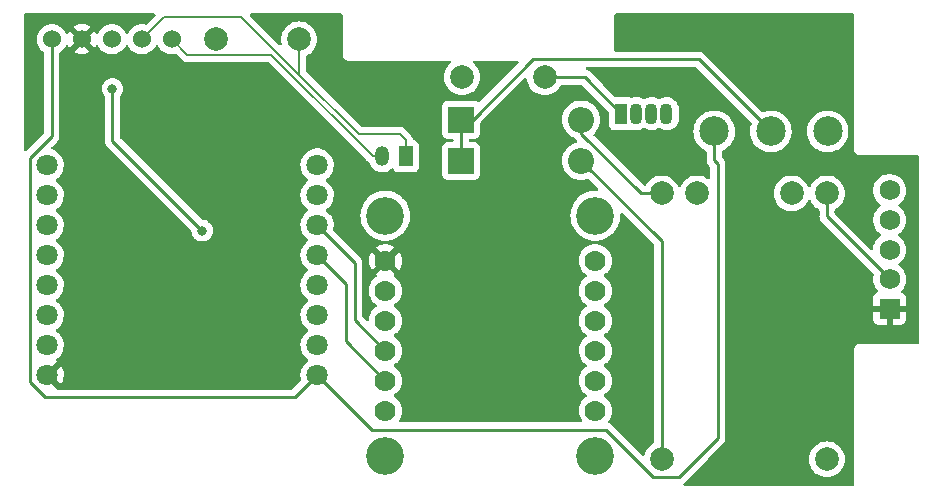
<source format=gtl>
%TF.GenerationSoftware,KiCad,Pcbnew,(6.0.11)*%
%TF.CreationDate,2023-02-26T00:32:28-05:00*%
%TF.ProjectId,IMU-pcb,494d552d-7063-4622-9e6b-696361645f70,rev?*%
%TF.SameCoordinates,Original*%
%TF.FileFunction,Copper,L1,Top*%
%TF.FilePolarity,Positive*%
%FSLAX46Y46*%
G04 Gerber Fmt 4.6, Leading zero omitted, Abs format (unit mm)*
G04 Created by KiCad (PCBNEW (6.0.11)) date 2023-02-26 00:32:28*
%MOMM*%
%LPD*%
G01*
G04 APERTURE LIST*
%TA.AperFunction,ComponentPad*%
%ADD10R,1.200000X1.700000*%
%TD*%
%TA.AperFunction,ComponentPad*%
%ADD11O,1.200000X1.700000*%
%TD*%
%TA.AperFunction,ComponentPad*%
%ADD12C,2.000000*%
%TD*%
%TA.AperFunction,ComponentPad*%
%ADD13R,1.070000X1.800000*%
%TD*%
%TA.AperFunction,ComponentPad*%
%ADD14O,1.070000X1.800000*%
%TD*%
%TA.AperFunction,ComponentPad*%
%ADD15C,1.800000*%
%TD*%
%TA.AperFunction,ComponentPad*%
%ADD16C,1.778000*%
%TD*%
%TA.AperFunction,ComponentPad*%
%ADD17C,3.200000*%
%TD*%
%TA.AperFunction,ComponentPad*%
%ADD18C,1.524000*%
%TD*%
%TA.AperFunction,ComponentPad*%
%ADD19C,2.500000*%
%TD*%
%TA.AperFunction,ComponentPad*%
%ADD20R,1.750000X1.750000*%
%TD*%
%TA.AperFunction,ComponentPad*%
%ADD21C,1.750000*%
%TD*%
%TA.AperFunction,ComponentPad*%
%ADD22R,2.200000X2.200000*%
%TD*%
%TA.AperFunction,ComponentPad*%
%ADD23O,2.200000X2.200000*%
%TD*%
%TA.AperFunction,ViaPad*%
%ADD24C,0.800000*%
%TD*%
%TA.AperFunction,Conductor*%
%ADD25C,0.200000*%
%TD*%
%TA.AperFunction,Conductor*%
%ADD26C,0.250000*%
%TD*%
G04 APERTURE END LIST*
D10*
%TO.P,J2,1,Pin_1*%
%TO.N,B+*%
X142850000Y-81600000D03*
D11*
%TO.P,J2,2,Pin_2*%
%TO.N,B-*%
X140850000Y-81600000D03*
%TD*%
D12*
%TO.P,R2,1*%
%TO.N,Net-(D3-Pad1)*%
X154600000Y-74900000D03*
%TO.P,R2,2*%
%TO.N,D6*%
X147600000Y-74900000D03*
%TD*%
%TO.P,R1,1*%
%TO.N,B+*%
X133800000Y-71700000D03*
%TO.P,R1,2*%
%TO.N,Net-(R1-Pad2)*%
X126800000Y-71700000D03*
%TD*%
D13*
%TO.P,D3,1,RA*%
%TO.N,Net-(D3-Pad1)*%
X161100000Y-78000000D03*
D14*
%TO.P,D3,2,GA*%
%TO.N,D7*%
X162370000Y-78000000D03*
%TO.P,D3,3,BA*%
%TO.N,D8*%
X163640000Y-78000000D03*
%TO.P,D3,4,K*%
%TO.N,GND*%
X164910000Y-78000000D03*
%TD*%
D15*
%TO.P,U2,1,Rst*%
%TO.N,unconnected-(U2-Pad1)*%
X112471012Y-82351012D03*
%TO.P,U2,2,A0*%
%TO.N,Net-(R1-Pad2)*%
X112471012Y-84891012D03*
%TO.P,U2,3,D0*%
%TO.N,INT_PIN2*%
X112471012Y-87431012D03*
%TO.P,U2,4,D5*%
%TO.N,INT_PIN1*%
X112471012Y-89971012D03*
%TO.P,U2,5,D6*%
%TO.N,D6*%
X112471012Y-92511012D03*
%TO.P,U2,6,D7*%
%TO.N,D7*%
X112471012Y-95051012D03*
%TO.P,U2,7,D8*%
%TO.N,D8*%
X112471012Y-97591012D03*
%TO.P,U2,8,3.3V*%
%TO.N,+3.3V*%
X112471012Y-100131012D03*
%TO.P,U2,9,5V*%
%TO.N,+5V*%
X135331012Y-100131012D03*
%TO.P,U2,10,GND*%
%TO.N,GND*%
X135331012Y-97591012D03*
%TO.P,U2,11,D4*%
%TO.N,unconnected-(U2-Pad11)*%
X135331012Y-95051012D03*
%TO.P,U2,12,D3*%
%TO.N,unconnected-(U2-Pad12)*%
X135331012Y-92511012D03*
%TO.P,U2,13,D2*%
%TO.N,SDA*%
X135331012Y-89971012D03*
%TO.P,U2,14,D1*%
%TO.N,SCL*%
X135331012Y-87431012D03*
%TO.P,U2,15,Rx*%
%TO.N,unconnected-(U2-Pad15)*%
X135331012Y-84891012D03*
%TO.P,U2,16,Tx*%
%TO.N,unconnected-(U2-Pad16)*%
X135331012Y-82351012D03*
%TD*%
D16*
%TO.P,U3,JP1_1,VIN*%
%TO.N,+3.3V*%
X141110000Y-90450000D03*
%TO.P,U3,JP1_2,3VO*%
%TO.N,unconnected-(U3-PadJP1_2)*%
X141110000Y-92990000D03*
%TO.P,U3,JP1_3,GND*%
%TO.N,GND*%
X141110000Y-95530000D03*
%TO.P,U3,JP1_4,SCL*%
%TO.N,SCL*%
X141110000Y-98070000D03*
%TO.P,U3,JP1_5,SDA*%
%TO.N,SDA*%
X141110000Y-100610000D03*
%TO.P,U3,JP1_6,~{INT}*%
%TO.N,INT_PIN1*%
X141110000Y-103150000D03*
%TO.P,U3,JP2_1,BT*%
%TO.N,unconnected-(U3-PadJP2_1)*%
X158890000Y-90450000D03*
%TO.P,U3,JP2_2,P0*%
%TO.N,unconnected-(U3-PadJP2_2)*%
X158890000Y-92990000D03*
%TO.P,U3,JP2_3,P1*%
%TO.N,unconnected-(U3-PadJP2_3)*%
X158890000Y-95530000D03*
%TO.P,U3,JP2_4,~{RST}*%
%TO.N,unconnected-(U3-PadJP2_4)*%
X158890000Y-98070000D03*
%TO.P,U3,JP2_5,DI*%
%TO.N,unconnected-(U3-PadJP2_5)*%
X158890000Y-100610000D03*
%TO.P,U3,JP2_6,CS*%
%TO.N,unconnected-(U3-PadJP2_6)*%
X158890000Y-103150000D03*
D17*
%TO.P,U3,P1*%
%TO.N,N/C*%
X158890000Y-86640000D03*
%TO.P,U3,P2*%
X158890000Y-106960000D03*
%TO.P,U3,P3*%
X141110000Y-86640000D03*
%TO.P,U3,P4*%
X141110000Y-106960000D03*
%TD*%
D18*
%TO.P,J1,1,Pin_1*%
%TO.N,+5V*%
X112880000Y-71700000D03*
%TO.P,J1,2,Pin_2*%
%TO.N,+3.3V*%
X115420000Y-71700000D03*
%TO.P,J1,3,Pin_3*%
%TO.N,GND*%
X117960000Y-71700000D03*
%TO.P,J1,4,Pin_4*%
%TO.N,B+*%
X120500000Y-71700000D03*
%TO.P,J1,5,Pin_5*%
%TO.N,B-*%
X123040000Y-71700000D03*
%TD*%
D19*
%TO.P,S1,1,T1*%
%TO.N,+5V*%
X168950000Y-79500000D03*
%TO.P,S1,2,T2*%
%TO.N,Net-(D1-Pad1)*%
X173750000Y-79500000D03*
%TO.P,S1,3*%
%TO.N,N/C*%
X178550000Y-79500000D03*
%TD*%
D20*
%TO.P,J3,1,Pin_1*%
%TO.N,+3.3V*%
X183800000Y-94500000D03*
D21*
%TO.P,J3,2,Pin_2*%
%TO.N,GND*%
X183800000Y-92000000D03*
%TO.P,J3,3,Pin_3*%
%TO.N,SDA*%
X183800000Y-89500000D03*
%TO.P,J3,4,Pin_4*%
%TO.N,SCL*%
X183800000Y-87000000D03*
%TO.P,J3,5,Pin_5*%
%TO.N,INT_PIN2*%
X183800000Y-84500000D03*
%TD*%
D22*
%TO.P,D2,1,K*%
%TO.N,Net-(D1-Pad1)*%
X147520000Y-78500000D03*
D23*
%TO.P,D2,2,A*%
%TO.N,Net-(D2-Pad2)*%
X157680000Y-78500000D03*
%TD*%
D12*
%TO.P,U1,1,Out+*%
%TO.N,Net-(D2-Pad2)*%
X164500000Y-84750000D03*
%TO.P,U1,2,Battery+*%
%TO.N,B+*%
X167500000Y-84750000D03*
%TO.P,U1,3,Battery-*%
%TO.N,B-*%
X175500000Y-84750000D03*
%TO.P,U1,4,Out-*%
%TO.N,GND*%
X178500000Y-84750000D03*
%TO.P,U1,5,RB+*%
%TO.N,Net-(D1-Pad2)*%
X164500000Y-107250000D03*
%TO.P,U1,6,RB-*%
%TO.N,unconnected-(U1-Pad6)*%
X178500000Y-107250000D03*
%TD*%
D22*
%TO.P,D1,1,K*%
%TO.N,Net-(D1-Pad1)*%
X147520000Y-82000000D03*
D23*
%TO.P,D1,2,A*%
%TO.N,Net-(D1-Pad2)*%
X157680000Y-82000000D03*
%TD*%
D24*
%TO.N,GND*%
X125600000Y-87900000D03*
X118000000Y-75900000D03*
%TD*%
D25*
%TO.N,B+*%
X142850000Y-80250000D02*
X142850000Y-81600000D01*
X122375000Y-69825000D02*
X120500000Y-71700000D01*
X133800000Y-74700000D02*
X128925000Y-69825000D01*
X142350000Y-79750000D02*
X142850000Y-80250000D01*
X133800000Y-71700000D02*
X133800000Y-74700000D01*
X128925000Y-69825000D02*
X122375000Y-69825000D01*
X133800000Y-74700000D02*
X138850000Y-79750000D01*
X138850000Y-79750000D02*
X142350000Y-79750000D01*
%TO.N,B-*%
X140850000Y-81600000D02*
X140050000Y-81600000D01*
X124340000Y-73000000D02*
X123040000Y-71700000D01*
X140050000Y-81600000D02*
X131450000Y-73000000D01*
X131450000Y-73000000D02*
X124340000Y-73000000D01*
D26*
%TO.N,Net-(D1-Pad1)*%
X148500000Y-78500000D02*
X147520000Y-78500000D01*
X153600000Y-73400000D02*
X148500000Y-78500000D01*
X173750000Y-79500000D02*
X167650000Y-73400000D01*
X147520000Y-78500000D02*
X147520000Y-82000000D01*
X167650000Y-73400000D02*
X153600000Y-73400000D01*
%TO.N,Net-(D2-Pad2)*%
X157680000Y-79680000D02*
X162750000Y-84750000D01*
X157680000Y-78500000D02*
X157680000Y-79680000D01*
X162750000Y-84750000D02*
X164500000Y-84750000D01*
%TO.N,Net-(D1-Pad2)*%
X164500000Y-88820000D02*
X164500000Y-107250000D01*
X157680000Y-82000000D02*
X164500000Y-88820000D01*
%TO.N,Net-(D3-Pad1)*%
X161100000Y-78000000D02*
X158000000Y-74900000D01*
X158000000Y-74900000D02*
X154600000Y-74900000D01*
%TO.N,SCL*%
X138520000Y-95080000D02*
X138520000Y-95480000D01*
X138520000Y-90620000D02*
X138520000Y-95080000D01*
X135331012Y-87431012D02*
X138520000Y-90620000D01*
X138520000Y-95480000D02*
X141110000Y-98070000D01*
%TO.N,SDA*%
X137750000Y-97250000D02*
X137750000Y-92390000D01*
X137750000Y-92390000D02*
X135331012Y-89971012D01*
X141110000Y-100610000D02*
X137750000Y-97250000D01*
%TO.N,GND*%
X178500000Y-84750000D02*
X178500000Y-86700000D01*
X178500000Y-86700000D02*
X183800000Y-92000000D01*
X118000000Y-80300000D02*
X125600000Y-87900000D01*
X118000000Y-75900000D02*
X118000000Y-80300000D01*
%TO.N,+5V*%
X168950000Y-81950000D02*
X168950000Y-79500000D01*
X112250000Y-102000000D02*
X111000000Y-100750000D01*
X169250000Y-82250000D02*
X168950000Y-81950000D01*
X139950000Y-104750000D02*
X159750000Y-104750000D01*
X169250000Y-105500000D02*
X169250000Y-82250000D01*
X133462024Y-102000000D02*
X112250000Y-102000000D01*
X111000000Y-100750000D02*
X111000000Y-81750000D01*
X166000000Y-108750000D02*
X169250000Y-105500000D01*
X135331012Y-100131012D02*
X139950000Y-104750000D01*
X111000000Y-81750000D02*
X112880000Y-79870000D01*
X159750000Y-104750000D02*
X163750000Y-108750000D01*
X163750000Y-108750000D02*
X166000000Y-108750000D01*
X112880000Y-79870000D02*
X112880000Y-71700000D01*
X135331012Y-100131012D02*
X133462024Y-102000000D01*
%TD*%
%TA.AperFunction,Conductor*%
%TO.N,+3.3V*%
G36*
X121594882Y-69528502D02*
G01*
X121641375Y-69582158D01*
X121651479Y-69652432D01*
X121621985Y-69717012D01*
X121615856Y-69723595D01*
X120910105Y-70429346D01*
X120847793Y-70463372D01*
X120788400Y-70461958D01*
X120721463Y-70444022D01*
X120500000Y-70424647D01*
X120278537Y-70444022D01*
X120147868Y-70479035D01*
X120069114Y-70500137D01*
X120069112Y-70500138D01*
X120063804Y-70501560D01*
X120058823Y-70503882D01*
X120058822Y-70503883D01*
X119867311Y-70593186D01*
X119867306Y-70593189D01*
X119862324Y-70595512D01*
X119857817Y-70598668D01*
X119857815Y-70598669D01*
X119684730Y-70719864D01*
X119684727Y-70719866D01*
X119680219Y-70723023D01*
X119523023Y-70880219D01*
X119519866Y-70884727D01*
X119519864Y-70884730D01*
X119426820Y-71017611D01*
X119395512Y-71062324D01*
X119393189Y-71067306D01*
X119393186Y-71067311D01*
X119344195Y-71172373D01*
X119297277Y-71225658D01*
X119229000Y-71245119D01*
X119161040Y-71224577D01*
X119115805Y-71172373D01*
X119066814Y-71067311D01*
X119066811Y-71067306D01*
X119064488Y-71062324D01*
X119033180Y-71017611D01*
X118940136Y-70884730D01*
X118940134Y-70884727D01*
X118936977Y-70880219D01*
X118779781Y-70723023D01*
X118775273Y-70719866D01*
X118775270Y-70719864D01*
X118693650Y-70662713D01*
X118597677Y-70595512D01*
X118592695Y-70593189D01*
X118592690Y-70593186D01*
X118401178Y-70503883D01*
X118401177Y-70503882D01*
X118396196Y-70501560D01*
X118390888Y-70500138D01*
X118390886Y-70500137D01*
X118312132Y-70479035D01*
X118181463Y-70444022D01*
X117960000Y-70424647D01*
X117738537Y-70444022D01*
X117607868Y-70479035D01*
X117529114Y-70500137D01*
X117529112Y-70500138D01*
X117523804Y-70501560D01*
X117518823Y-70503882D01*
X117518822Y-70503883D01*
X117327311Y-70593186D01*
X117327306Y-70593189D01*
X117322324Y-70595512D01*
X117317817Y-70598668D01*
X117317815Y-70598669D01*
X117144730Y-70719864D01*
X117144727Y-70719866D01*
X117140219Y-70723023D01*
X116983023Y-70880219D01*
X116979866Y-70884727D01*
X116979864Y-70884730D01*
X116886820Y-71017611D01*
X116855512Y-71062324D01*
X116853189Y-71067306D01*
X116853186Y-71067311D01*
X116803919Y-71172965D01*
X116757001Y-71226250D01*
X116688724Y-71245711D01*
X116620764Y-71225169D01*
X116575529Y-71172965D01*
X116526377Y-71067559D01*
X116520897Y-71058068D01*
X116490206Y-71014235D01*
X116479729Y-71005860D01*
X116466282Y-71012928D01*
X115792022Y-71687188D01*
X115784408Y-71701132D01*
X115784539Y-71702965D01*
X115788790Y-71709580D01*
X116467003Y-72387793D01*
X116478777Y-72394223D01*
X116490793Y-72384926D01*
X116520897Y-72341932D01*
X116526377Y-72332441D01*
X116575529Y-72227035D01*
X116622447Y-72173750D01*
X116690724Y-72154289D01*
X116758684Y-72174831D01*
X116803919Y-72227035D01*
X116853186Y-72332689D01*
X116853189Y-72332694D01*
X116855512Y-72337676D01*
X116858668Y-72342183D01*
X116858669Y-72342185D01*
X116895107Y-72394223D01*
X116983023Y-72519781D01*
X117140219Y-72676977D01*
X117144727Y-72680134D01*
X117144730Y-72680136D01*
X117162876Y-72692842D01*
X117322323Y-72804488D01*
X117327305Y-72806811D01*
X117327310Y-72806814D01*
X117517810Y-72895645D01*
X117523804Y-72898440D01*
X117529112Y-72899862D01*
X117529114Y-72899863D01*
X117580680Y-72913680D01*
X117738537Y-72955978D01*
X117960000Y-72975353D01*
X118181463Y-72955978D01*
X118339320Y-72913680D01*
X118390886Y-72899863D01*
X118390888Y-72899862D01*
X118396196Y-72898440D01*
X118402190Y-72895645D01*
X118592690Y-72806814D01*
X118592695Y-72806811D01*
X118597677Y-72804488D01*
X118757124Y-72692842D01*
X118775270Y-72680136D01*
X118775273Y-72680134D01*
X118779781Y-72676977D01*
X118936977Y-72519781D01*
X119024894Y-72394223D01*
X119061331Y-72342185D01*
X119061332Y-72342183D01*
X119064488Y-72337676D01*
X119066811Y-72332694D01*
X119066814Y-72332689D01*
X119115805Y-72227627D01*
X119162723Y-72174342D01*
X119231000Y-72154881D01*
X119298960Y-72175423D01*
X119344195Y-72227627D01*
X119393186Y-72332689D01*
X119393189Y-72332694D01*
X119395512Y-72337676D01*
X119398668Y-72342183D01*
X119398669Y-72342185D01*
X119435107Y-72394223D01*
X119523023Y-72519781D01*
X119680219Y-72676977D01*
X119684727Y-72680134D01*
X119684730Y-72680136D01*
X119702876Y-72692842D01*
X119862323Y-72804488D01*
X119867305Y-72806811D01*
X119867310Y-72806814D01*
X120057810Y-72895645D01*
X120063804Y-72898440D01*
X120069112Y-72899862D01*
X120069114Y-72899863D01*
X120120680Y-72913680D01*
X120278537Y-72955978D01*
X120500000Y-72975353D01*
X120721463Y-72955978D01*
X120879320Y-72913680D01*
X120930886Y-72899863D01*
X120930888Y-72899862D01*
X120936196Y-72898440D01*
X120942190Y-72895645D01*
X121132690Y-72806814D01*
X121132695Y-72806811D01*
X121137677Y-72804488D01*
X121297124Y-72692842D01*
X121315270Y-72680136D01*
X121315273Y-72680134D01*
X121319781Y-72676977D01*
X121476977Y-72519781D01*
X121564894Y-72394223D01*
X121601331Y-72342185D01*
X121601332Y-72342183D01*
X121604488Y-72337676D01*
X121606811Y-72332694D01*
X121606814Y-72332689D01*
X121655805Y-72227627D01*
X121702723Y-72174342D01*
X121771000Y-72154881D01*
X121838960Y-72175423D01*
X121884195Y-72227627D01*
X121933186Y-72332689D01*
X121933189Y-72332694D01*
X121935512Y-72337676D01*
X121938668Y-72342183D01*
X121938669Y-72342185D01*
X121975107Y-72394223D01*
X122063023Y-72519781D01*
X122220219Y-72676977D01*
X122224727Y-72680134D01*
X122224730Y-72680136D01*
X122242876Y-72692842D01*
X122402323Y-72804488D01*
X122407305Y-72806811D01*
X122407310Y-72806814D01*
X122597810Y-72895645D01*
X122603804Y-72898440D01*
X122609112Y-72899862D01*
X122609114Y-72899863D01*
X122660680Y-72913680D01*
X122818537Y-72955978D01*
X123040000Y-72975353D01*
X123261463Y-72955978D01*
X123328399Y-72938042D01*
X123399376Y-72939732D01*
X123450105Y-72970654D01*
X123875685Y-73396234D01*
X123886552Y-73408625D01*
X123906013Y-73433987D01*
X123912563Y-73439013D01*
X123937921Y-73458471D01*
X123937937Y-73458485D01*
X123982478Y-73492662D01*
X124033124Y-73531524D01*
X124181149Y-73592838D01*
X124340000Y-73613751D01*
X124371699Y-73609578D01*
X124388144Y-73608500D01*
X131145761Y-73608500D01*
X131213882Y-73628502D01*
X131234856Y-73645405D01*
X139585685Y-81996234D01*
X139596552Y-82008625D01*
X139616013Y-82033987D01*
X139622563Y-82039013D01*
X139647921Y-82058471D01*
X139647937Y-82058485D01*
X139677552Y-82081209D01*
X139742664Y-82131171D01*
X139742665Y-82131172D01*
X139743124Y-82131524D01*
X139743069Y-82131596D01*
X139789201Y-82179978D01*
X139798111Y-82202243D01*
X139816092Y-82263534D01*
X139818836Y-82268861D01*
X139818836Y-82268862D01*
X139898368Y-82423282D01*
X139912942Y-82451580D01*
X140043604Y-82617920D01*
X140048135Y-82621852D01*
X140048138Y-82621855D01*
X140170377Y-82727928D01*
X140203363Y-82756552D01*
X140208549Y-82759552D01*
X140208553Y-82759555D01*
X140301388Y-82813261D01*
X140386454Y-82862473D01*
X140586271Y-82931861D01*
X140592206Y-82932722D01*
X140592208Y-82932722D01*
X140789664Y-82961352D01*
X140789667Y-82961352D01*
X140795604Y-82962213D01*
X141006899Y-82952433D01*
X141138077Y-82920819D01*
X141206701Y-82904281D01*
X141206703Y-82904280D01*
X141212534Y-82902875D01*
X141217992Y-82900393D01*
X141217996Y-82900392D01*
X141333041Y-82848084D01*
X141405087Y-82815326D01*
X141537120Y-82721669D01*
X141572725Y-82696412D01*
X141572726Y-82696411D01*
X141577611Y-82692946D01*
X141581753Y-82688619D01*
X141581759Y-82688614D01*
X141599370Y-82670217D01*
X141660925Y-82634840D01*
X141731834Y-82638359D01*
X141789585Y-82679655D01*
X141797490Y-82691651D01*
X141799385Y-82696705D01*
X141804767Y-82703886D01*
X141804768Y-82703888D01*
X141853276Y-82768612D01*
X141886739Y-82813261D01*
X142003295Y-82900615D01*
X142139684Y-82951745D01*
X142201866Y-82958500D01*
X143498134Y-82958500D01*
X143560316Y-82951745D01*
X143696705Y-82900615D01*
X143813261Y-82813261D01*
X143900615Y-82696705D01*
X143951745Y-82560316D01*
X143958500Y-82498134D01*
X143958500Y-80701866D01*
X143951745Y-80639684D01*
X143900615Y-80503295D01*
X143813261Y-80386739D01*
X143696705Y-80299385D01*
X143560316Y-80248255D01*
X143552466Y-80247402D01*
X143544975Y-80245621D01*
X143483329Y-80210403D01*
X143450510Y-80147448D01*
X143449201Y-80139484D01*
X143445584Y-80112005D01*
X143442838Y-80091150D01*
X143435942Y-80074500D01*
X143433638Y-80068939D01*
X143406939Y-80004481D01*
X143381524Y-79943124D01*
X143308478Y-79847929D01*
X143308474Y-79847925D01*
X143297934Y-79834189D01*
X143289016Y-79822566D01*
X143289013Y-79822563D01*
X143283987Y-79816013D01*
X143270726Y-79805837D01*
X143258621Y-79796548D01*
X143246230Y-79785681D01*
X142814315Y-79353766D01*
X142803448Y-79341375D01*
X142789013Y-79322563D01*
X142783987Y-79316013D01*
X142752075Y-79291526D01*
X142752072Y-79291523D01*
X142715241Y-79263261D01*
X142663429Y-79223504D01*
X142663427Y-79223503D01*
X142656876Y-79218476D01*
X142508851Y-79157162D01*
X142500664Y-79156084D01*
X142500663Y-79156084D01*
X142489458Y-79154609D01*
X142458262Y-79150502D01*
X142389885Y-79141500D01*
X142389882Y-79141500D01*
X142389874Y-79141499D01*
X142358189Y-79137328D01*
X142350000Y-79136250D01*
X142318307Y-79140422D01*
X142301864Y-79141500D01*
X139154239Y-79141500D01*
X139086118Y-79121498D01*
X139065144Y-79104595D01*
X134445405Y-74484856D01*
X134411379Y-74422544D01*
X134408500Y-74395761D01*
X134408500Y-73164931D01*
X134428502Y-73096810D01*
X134479082Y-73054543D01*
X134477980Y-73052381D01*
X134482389Y-73050135D01*
X134486963Y-73048240D01*
X134491183Y-73045654D01*
X134685202Y-72926759D01*
X134685208Y-72926755D01*
X134689416Y-72924176D01*
X134869969Y-72769969D01*
X134874257Y-72764949D01*
X134935842Y-72692842D01*
X135024176Y-72589416D01*
X135026755Y-72585208D01*
X135026759Y-72585202D01*
X135143842Y-72394140D01*
X135148240Y-72386963D01*
X135161648Y-72354595D01*
X135237211Y-72172167D01*
X135237212Y-72172165D01*
X135239105Y-72167594D01*
X135263878Y-72064408D01*
X135293380Y-71941524D01*
X135293381Y-71941518D01*
X135294535Y-71936711D01*
X135313165Y-71700000D01*
X135294535Y-71463289D01*
X135265257Y-71341335D01*
X135240260Y-71237218D01*
X135239105Y-71232406D01*
X135236310Y-71225658D01*
X135150135Y-71017611D01*
X135150133Y-71017607D01*
X135148240Y-71013037D01*
X135064461Y-70876322D01*
X135026759Y-70814798D01*
X135026755Y-70814792D01*
X135024176Y-70810584D01*
X134869969Y-70630031D01*
X134689416Y-70475824D01*
X134685208Y-70473245D01*
X134685202Y-70473241D01*
X134491183Y-70354346D01*
X134486963Y-70351760D01*
X134482393Y-70349867D01*
X134482389Y-70349865D01*
X134272167Y-70262789D01*
X134272165Y-70262788D01*
X134267594Y-70260895D01*
X134187391Y-70241640D01*
X134041524Y-70206620D01*
X134041518Y-70206619D01*
X134036711Y-70205465D01*
X133800000Y-70186835D01*
X133563289Y-70205465D01*
X133558482Y-70206619D01*
X133558476Y-70206620D01*
X133412609Y-70241640D01*
X133332406Y-70260895D01*
X133327835Y-70262788D01*
X133327833Y-70262789D01*
X133117611Y-70349865D01*
X133117607Y-70349867D01*
X133113037Y-70351760D01*
X133108817Y-70354346D01*
X132914798Y-70473241D01*
X132914792Y-70473245D01*
X132910584Y-70475824D01*
X132730031Y-70630031D01*
X132575824Y-70810584D01*
X132573245Y-70814792D01*
X132573241Y-70814798D01*
X132535539Y-70876322D01*
X132451760Y-71013037D01*
X132449867Y-71017607D01*
X132449865Y-71017611D01*
X132363690Y-71225658D01*
X132360895Y-71232406D01*
X132359740Y-71237218D01*
X132334744Y-71341335D01*
X132305465Y-71463289D01*
X132286835Y-71700000D01*
X132305465Y-71936711D01*
X132306619Y-71941518D01*
X132306620Y-71941524D01*
X132330133Y-72039461D01*
X132326586Y-72110369D01*
X132285266Y-72168103D01*
X132219292Y-72194333D01*
X132149611Y-72180730D01*
X132118519Y-72157970D01*
X129684144Y-69723595D01*
X129650118Y-69661283D01*
X129655183Y-69590468D01*
X129697730Y-69533632D01*
X129764250Y-69508821D01*
X129773239Y-69508500D01*
X137365500Y-69508500D01*
X137433621Y-69528502D01*
X137480114Y-69582158D01*
X137491500Y-69634500D01*
X137491500Y-72991377D01*
X137491498Y-72992147D01*
X137491024Y-73069721D01*
X137493491Y-73078352D01*
X137499150Y-73098153D01*
X137502728Y-73114915D01*
X137506920Y-73144187D01*
X137510634Y-73152355D01*
X137510634Y-73152356D01*
X137517548Y-73167562D01*
X137523996Y-73185086D01*
X137531051Y-73209771D01*
X137535843Y-73217365D01*
X137535844Y-73217368D01*
X137546830Y-73234780D01*
X137554969Y-73249863D01*
X137567208Y-73276782D01*
X137573069Y-73283584D01*
X137583970Y-73296235D01*
X137595073Y-73311239D01*
X137608776Y-73332958D01*
X137615501Y-73338897D01*
X137615504Y-73338901D01*
X137630938Y-73352532D01*
X137642982Y-73364724D01*
X137656427Y-73380327D01*
X137656430Y-73380329D01*
X137662287Y-73387127D01*
X137669816Y-73392007D01*
X137669817Y-73392008D01*
X137683835Y-73401094D01*
X137698709Y-73412385D01*
X137711217Y-73423431D01*
X137717951Y-73429378D01*
X137744711Y-73441942D01*
X137759691Y-73450263D01*
X137776983Y-73461471D01*
X137776988Y-73461473D01*
X137784515Y-73466352D01*
X137793108Y-73468922D01*
X137793113Y-73468924D01*
X137809120Y-73473711D01*
X137826564Y-73480372D01*
X137841676Y-73487467D01*
X137841678Y-73487468D01*
X137849800Y-73491281D01*
X137858667Y-73492662D01*
X137858668Y-73492662D01*
X137868310Y-73494163D01*
X137879017Y-73495830D01*
X137895732Y-73499613D01*
X137915466Y-73505515D01*
X137915472Y-73505516D01*
X137924066Y-73508086D01*
X137933037Y-73508141D01*
X137933038Y-73508141D01*
X137943097Y-73508202D01*
X137958506Y-73508296D01*
X137959289Y-73508329D01*
X137960386Y-73508500D01*
X137991377Y-73508500D01*
X137992147Y-73508502D01*
X138065785Y-73508952D01*
X138065786Y-73508952D01*
X138069721Y-73508976D01*
X138071065Y-73508592D01*
X138072410Y-73508500D01*
X146564957Y-73508500D01*
X146633078Y-73528502D01*
X146679571Y-73582158D01*
X146689675Y-73652432D01*
X146660181Y-73717012D01*
X146646788Y-73730311D01*
X146530031Y-73830031D01*
X146375824Y-74010584D01*
X146373245Y-74014792D01*
X146373241Y-74014798D01*
X146343638Y-74063106D01*
X146251760Y-74213037D01*
X146249867Y-74217607D01*
X146249865Y-74217611D01*
X146166968Y-74417745D01*
X146160895Y-74432406D01*
X146105465Y-74663289D01*
X146086835Y-74900000D01*
X146105465Y-75136711D01*
X146160895Y-75367594D01*
X146162788Y-75372165D01*
X146162789Y-75372167D01*
X146234807Y-75546034D01*
X146251760Y-75586963D01*
X146254346Y-75591183D01*
X146373241Y-75785202D01*
X146373245Y-75785208D01*
X146375824Y-75789416D01*
X146530031Y-75969969D01*
X146710584Y-76124176D01*
X146714792Y-76126755D01*
X146714798Y-76126759D01*
X146908817Y-76245654D01*
X146913037Y-76248240D01*
X146917607Y-76250133D01*
X146917611Y-76250135D01*
X147127833Y-76337211D01*
X147132406Y-76339105D01*
X147212609Y-76358360D01*
X147358476Y-76393380D01*
X147358482Y-76393381D01*
X147363289Y-76394535D01*
X147600000Y-76413165D01*
X147836711Y-76394535D01*
X147841518Y-76393381D01*
X147841524Y-76393380D01*
X147987391Y-76358360D01*
X148067594Y-76339105D01*
X148072167Y-76337211D01*
X148282389Y-76250135D01*
X148282393Y-76250133D01*
X148286963Y-76248240D01*
X148291183Y-76245654D01*
X148485202Y-76126759D01*
X148485208Y-76126755D01*
X148489416Y-76124176D01*
X148669969Y-75969969D01*
X148824176Y-75789416D01*
X148826755Y-75785208D01*
X148826759Y-75785202D01*
X148945654Y-75591183D01*
X148948240Y-75586963D01*
X148965194Y-75546034D01*
X149037211Y-75372167D01*
X149037212Y-75372165D01*
X149039105Y-75367594D01*
X149094535Y-75136711D01*
X149113165Y-74900000D01*
X149094535Y-74663289D01*
X149039105Y-74432406D01*
X149033032Y-74417745D01*
X148950135Y-74217611D01*
X148950133Y-74217607D01*
X148948240Y-74213037D01*
X148856362Y-74063106D01*
X148826759Y-74014798D01*
X148826755Y-74014792D01*
X148824176Y-74010584D01*
X148669969Y-73830031D01*
X148553212Y-73730311D01*
X148514403Y-73670861D01*
X148513897Y-73599866D01*
X148551853Y-73539867D01*
X148616221Y-73509914D01*
X148635043Y-73508500D01*
X152291405Y-73508500D01*
X152359526Y-73528502D01*
X152406019Y-73582158D01*
X152416123Y-73652432D01*
X152386629Y-73717012D01*
X152380500Y-73723595D01*
X149108575Y-76995520D01*
X149046263Y-77029546D01*
X148975448Y-77024481D01*
X148943915Y-77007251D01*
X148866705Y-76949385D01*
X148730316Y-76898255D01*
X148668134Y-76891500D01*
X146371866Y-76891500D01*
X146309684Y-76898255D01*
X146173295Y-76949385D01*
X146056739Y-77036739D01*
X145969385Y-77153295D01*
X145918255Y-77289684D01*
X145911500Y-77351866D01*
X145911500Y-79648134D01*
X145918255Y-79710316D01*
X145969385Y-79846705D01*
X146056739Y-79963261D01*
X146173295Y-80050615D01*
X146309684Y-80101745D01*
X146371866Y-80108500D01*
X146760500Y-80108500D01*
X146828621Y-80128502D01*
X146875114Y-80182158D01*
X146886500Y-80234500D01*
X146886500Y-80265500D01*
X146866498Y-80333621D01*
X146812842Y-80380114D01*
X146760500Y-80391500D01*
X146371866Y-80391500D01*
X146309684Y-80398255D01*
X146173295Y-80449385D01*
X146056739Y-80536739D01*
X145969385Y-80653295D01*
X145918255Y-80789684D01*
X145911500Y-80851866D01*
X145911500Y-83148134D01*
X145918255Y-83210316D01*
X145969385Y-83346705D01*
X146056739Y-83463261D01*
X146173295Y-83550615D01*
X146309684Y-83601745D01*
X146371866Y-83608500D01*
X148668134Y-83608500D01*
X148730316Y-83601745D01*
X148866705Y-83550615D01*
X148983261Y-83463261D01*
X149070615Y-83346705D01*
X149121745Y-83210316D01*
X149128500Y-83148134D01*
X149128500Y-80851866D01*
X149121745Y-80789684D01*
X149070615Y-80653295D01*
X148983261Y-80536739D01*
X148866705Y-80449385D01*
X148730316Y-80398255D01*
X148668134Y-80391500D01*
X148279500Y-80391500D01*
X148211379Y-80371498D01*
X148164886Y-80317842D01*
X148153500Y-80265500D01*
X148153500Y-80234500D01*
X148173502Y-80166379D01*
X148227158Y-80119886D01*
X148279500Y-80108500D01*
X148668134Y-80108500D01*
X148730316Y-80101745D01*
X148866705Y-80050615D01*
X148983261Y-79963261D01*
X149070615Y-79846705D01*
X149121745Y-79710316D01*
X149128500Y-79648134D01*
X149128500Y-78819594D01*
X149148502Y-78751473D01*
X149165405Y-78730499D01*
X152886938Y-75008966D01*
X152949250Y-74974940D01*
X153020065Y-74980005D01*
X153076901Y-75022552D01*
X153101645Y-75088175D01*
X153105465Y-75136711D01*
X153160895Y-75367594D01*
X153162788Y-75372165D01*
X153162789Y-75372167D01*
X153234807Y-75546034D01*
X153251760Y-75586963D01*
X153254346Y-75591183D01*
X153373241Y-75785202D01*
X153373245Y-75785208D01*
X153375824Y-75789416D01*
X153530031Y-75969969D01*
X153710584Y-76124176D01*
X153714792Y-76126755D01*
X153714798Y-76126759D01*
X153908817Y-76245654D01*
X153913037Y-76248240D01*
X153917607Y-76250133D01*
X153917611Y-76250135D01*
X154127833Y-76337211D01*
X154132406Y-76339105D01*
X154212609Y-76358360D01*
X154358476Y-76393380D01*
X154358482Y-76393381D01*
X154363289Y-76394535D01*
X154600000Y-76413165D01*
X154836711Y-76394535D01*
X154841518Y-76393381D01*
X154841524Y-76393380D01*
X154987391Y-76358360D01*
X155067594Y-76339105D01*
X155072167Y-76337211D01*
X155282389Y-76250135D01*
X155282393Y-76250133D01*
X155286963Y-76248240D01*
X155291183Y-76245654D01*
X155485202Y-76126759D01*
X155485208Y-76126755D01*
X155489416Y-76124176D01*
X155669969Y-75969969D01*
X155824176Y-75789416D01*
X155826755Y-75785208D01*
X155826759Y-75785202D01*
X155944133Y-75593665D01*
X155996781Y-75546034D01*
X156051566Y-75533500D01*
X157685406Y-75533500D01*
X157753527Y-75553502D01*
X157774501Y-75570405D01*
X160019595Y-77815500D01*
X160053621Y-77877812D01*
X160056500Y-77904595D01*
X160056500Y-78948134D01*
X160063255Y-79010316D01*
X160114385Y-79146705D01*
X160201739Y-79263261D01*
X160318295Y-79350615D01*
X160454684Y-79401745D01*
X160516866Y-79408500D01*
X161683134Y-79408500D01*
X161745316Y-79401745D01*
X161814081Y-79375966D01*
X161873303Y-79353765D01*
X161873304Y-79353764D01*
X161881705Y-79350615D01*
X161886467Y-79347046D01*
X161954338Y-79332201D01*
X161982750Y-79337525D01*
X162007638Y-79345229D01*
X162159160Y-79392133D01*
X162165282Y-79392776D01*
X162165285Y-79392777D01*
X162356551Y-79412879D01*
X162356553Y-79412879D01*
X162362680Y-79413523D01*
X162448066Y-79405752D01*
X162560339Y-79395535D01*
X162560342Y-79395534D01*
X162566478Y-79394976D01*
X162572384Y-79393238D01*
X162572388Y-79393237D01*
X162681015Y-79361266D01*
X162762793Y-79337198D01*
X162768251Y-79334345D01*
X162768255Y-79334343D01*
X162944147Y-79242388D01*
X162944955Y-79243934D01*
X163004960Y-79225769D01*
X163065943Y-79240929D01*
X163071501Y-79243934D01*
X163233671Y-79331619D01*
X163429160Y-79392133D01*
X163435282Y-79392776D01*
X163435285Y-79392777D01*
X163626551Y-79412879D01*
X163626553Y-79412879D01*
X163632680Y-79413523D01*
X163718066Y-79405752D01*
X163830339Y-79395535D01*
X163830342Y-79395534D01*
X163836478Y-79394976D01*
X163842384Y-79393238D01*
X163842388Y-79393237D01*
X163951015Y-79361266D01*
X164032793Y-79337198D01*
X164038251Y-79334345D01*
X164038255Y-79334343D01*
X164214147Y-79242388D01*
X164214955Y-79243934D01*
X164274960Y-79225769D01*
X164335943Y-79240929D01*
X164341501Y-79243934D01*
X164503671Y-79331619D01*
X164699160Y-79392133D01*
X164705282Y-79392776D01*
X164705285Y-79392777D01*
X164896551Y-79412879D01*
X164896553Y-79412879D01*
X164902680Y-79413523D01*
X164988066Y-79405752D01*
X165100339Y-79395535D01*
X165100342Y-79395534D01*
X165106478Y-79394976D01*
X165112384Y-79393238D01*
X165112388Y-79393237D01*
X165221015Y-79361266D01*
X165302793Y-79337198D01*
X165308251Y-79334345D01*
X165308255Y-79334343D01*
X165433928Y-79268642D01*
X165484147Y-79242388D01*
X165544650Y-79193743D01*
X165638824Y-79118025D01*
X165643631Y-79114160D01*
X165775172Y-78957396D01*
X165873758Y-78778067D01*
X165880373Y-78757216D01*
X165933774Y-78588875D01*
X165935636Y-78583006D01*
X165953500Y-78423744D01*
X165953500Y-77583505D01*
X165938580Y-77431336D01*
X165879432Y-77235429D01*
X165831396Y-77145086D01*
X165786253Y-77060184D01*
X165786251Y-77060181D01*
X165783359Y-77054742D01*
X165779469Y-77049972D01*
X165779466Y-77049968D01*
X165657915Y-76900932D01*
X165657912Y-76900929D01*
X165654020Y-76896157D01*
X165496341Y-76765713D01*
X165316329Y-76668381D01*
X165120840Y-76607867D01*
X165114718Y-76607224D01*
X165114715Y-76607223D01*
X164923449Y-76587121D01*
X164923447Y-76587121D01*
X164917320Y-76586477D01*
X164858072Y-76591869D01*
X164719661Y-76604465D01*
X164719658Y-76604466D01*
X164713522Y-76605024D01*
X164707616Y-76606762D01*
X164707612Y-76606763D01*
X164598985Y-76638734D01*
X164517207Y-76662802D01*
X164511749Y-76665655D01*
X164511745Y-76665657D01*
X164335853Y-76757612D01*
X164335045Y-76756066D01*
X164275040Y-76774231D01*
X164214057Y-76759071D01*
X164080209Y-76686700D01*
X164046329Y-76668381D01*
X163850840Y-76607867D01*
X163844718Y-76607224D01*
X163844715Y-76607223D01*
X163653449Y-76587121D01*
X163653447Y-76587121D01*
X163647320Y-76586477D01*
X163588072Y-76591869D01*
X163449661Y-76604465D01*
X163449658Y-76604466D01*
X163443522Y-76605024D01*
X163437616Y-76606762D01*
X163437612Y-76606763D01*
X163328985Y-76638734D01*
X163247207Y-76662802D01*
X163241749Y-76665655D01*
X163241745Y-76665657D01*
X163065853Y-76757612D01*
X163065045Y-76756066D01*
X163005040Y-76774231D01*
X162944057Y-76759071D01*
X162810209Y-76686700D01*
X162776329Y-76668381D01*
X162580840Y-76607867D01*
X162574718Y-76607224D01*
X162574715Y-76607223D01*
X162383449Y-76587121D01*
X162383447Y-76587121D01*
X162377320Y-76586477D01*
X162318072Y-76591869D01*
X162179661Y-76604465D01*
X162179658Y-76604466D01*
X162173522Y-76605024D01*
X162167616Y-76606762D01*
X162167612Y-76606763D01*
X162033501Y-76646234D01*
X161979500Y-76662127D01*
X161908504Y-76662172D01*
X161886716Y-76653140D01*
X161881705Y-76649385D01*
X161873304Y-76646236D01*
X161873301Y-76646234D01*
X161761881Y-76604465D01*
X161745316Y-76598255D01*
X161683134Y-76591500D01*
X160639594Y-76591500D01*
X160571473Y-76571498D01*
X160550499Y-76554595D01*
X159541939Y-75546034D01*
X158503652Y-74507747D01*
X158496112Y-74499461D01*
X158492000Y-74492982D01*
X158442348Y-74446356D01*
X158439507Y-74443602D01*
X158419770Y-74423865D01*
X158416573Y-74421385D01*
X158407551Y-74413680D01*
X158381100Y-74388841D01*
X158375321Y-74383414D01*
X158368375Y-74379595D01*
X158368372Y-74379593D01*
X158357566Y-74373652D01*
X158341047Y-74362801D01*
X158340583Y-74362441D01*
X158325041Y-74350386D01*
X158317772Y-74347241D01*
X158317768Y-74347238D01*
X158284463Y-74332826D01*
X158273813Y-74327609D01*
X158235060Y-74306305D01*
X158215437Y-74301267D01*
X158196734Y-74294863D01*
X158185420Y-74289967D01*
X158185419Y-74289967D01*
X158178145Y-74286819D01*
X158170320Y-74285579D01*
X158170311Y-74285577D01*
X158160026Y-74283948D01*
X158095873Y-74253535D01*
X158058347Y-74193267D01*
X158059362Y-74122277D01*
X158098595Y-74063106D01*
X158163591Y-74034539D01*
X158179738Y-74033500D01*
X167335406Y-74033500D01*
X167403527Y-74053502D01*
X167424501Y-74070405D01*
X172081952Y-78727857D01*
X172115978Y-78790169D01*
X172109054Y-78865677D01*
X172077697Y-78940455D01*
X172013359Y-79193783D01*
X172012891Y-79198434D01*
X172012890Y-79198438D01*
X172007086Y-79256081D01*
X171987173Y-79453839D01*
X171987397Y-79458505D01*
X171987397Y-79458511D01*
X171993443Y-79584373D01*
X171999713Y-79714908D01*
X172050704Y-79971256D01*
X172139026Y-80217252D01*
X172147538Y-80233093D01*
X172241248Y-80407497D01*
X172262737Y-80447491D01*
X172265532Y-80451234D01*
X172265534Y-80451237D01*
X172416330Y-80653177D01*
X172416335Y-80653183D01*
X172419122Y-80656915D01*
X172422431Y-80660195D01*
X172422436Y-80660201D01*
X172562174Y-80798724D01*
X172604743Y-80840923D01*
X172608505Y-80843681D01*
X172608508Y-80843684D01*
X172811750Y-80992707D01*
X172815524Y-80995474D01*
X172819667Y-80997654D01*
X172819669Y-80997655D01*
X173042684Y-81114989D01*
X173042689Y-81114991D01*
X173046834Y-81117172D01*
X173148498Y-81152675D01*
X173241311Y-81185087D01*
X173293590Y-81203344D01*
X173298183Y-81204216D01*
X173545785Y-81251224D01*
X173545788Y-81251224D01*
X173550374Y-81252095D01*
X173680958Y-81257226D01*
X173806875Y-81262174D01*
X173806881Y-81262174D01*
X173811543Y-81262357D01*
X173900696Y-81252593D01*
X174066707Y-81234412D01*
X174066712Y-81234411D01*
X174071360Y-81233902D01*
X174075884Y-81232711D01*
X174319594Y-81168548D01*
X174319596Y-81168547D01*
X174324117Y-81167357D01*
X174330707Y-81164526D01*
X174485193Y-81098153D01*
X174564262Y-81064182D01*
X174601070Y-81041405D01*
X174782547Y-80929104D01*
X174782548Y-80929104D01*
X174786519Y-80926646D01*
X174790082Y-80923629D01*
X174790087Y-80923626D01*
X174982439Y-80760787D01*
X174982440Y-80760786D01*
X174986005Y-80757768D01*
X175077615Y-80653307D01*
X175155257Y-80564774D01*
X175155261Y-80564769D01*
X175158339Y-80561259D01*
X175169493Y-80543919D01*
X175262135Y-80399889D01*
X175299733Y-80341437D01*
X175407083Y-80103129D01*
X175446530Y-79963261D01*
X175476760Y-79856076D01*
X175476761Y-79856073D01*
X175478030Y-79851572D01*
X175495058Y-79717715D01*
X175510616Y-79595421D01*
X175510616Y-79595417D01*
X175511014Y-79592291D01*
X175513431Y-79500000D01*
X175510001Y-79453839D01*
X176787173Y-79453839D01*
X176787397Y-79458505D01*
X176787397Y-79458511D01*
X176793443Y-79584373D01*
X176799713Y-79714908D01*
X176850704Y-79971256D01*
X176939026Y-80217252D01*
X176947538Y-80233093D01*
X177041248Y-80407497D01*
X177062737Y-80447491D01*
X177065532Y-80451234D01*
X177065534Y-80451237D01*
X177216330Y-80653177D01*
X177216335Y-80653183D01*
X177219122Y-80656915D01*
X177222431Y-80660195D01*
X177222436Y-80660201D01*
X177362174Y-80798724D01*
X177404743Y-80840923D01*
X177408505Y-80843681D01*
X177408508Y-80843684D01*
X177611750Y-80992707D01*
X177615524Y-80995474D01*
X177619667Y-80997654D01*
X177619669Y-80997655D01*
X177842684Y-81114989D01*
X177842689Y-81114991D01*
X177846834Y-81117172D01*
X177948498Y-81152675D01*
X178041311Y-81185087D01*
X178093590Y-81203344D01*
X178098183Y-81204216D01*
X178345785Y-81251224D01*
X178345788Y-81251224D01*
X178350374Y-81252095D01*
X178480958Y-81257226D01*
X178606875Y-81262174D01*
X178606881Y-81262174D01*
X178611543Y-81262357D01*
X178700696Y-81252593D01*
X178866707Y-81234412D01*
X178866712Y-81234411D01*
X178871360Y-81233902D01*
X178875884Y-81232711D01*
X179119594Y-81168548D01*
X179119596Y-81168547D01*
X179124117Y-81167357D01*
X179130707Y-81164526D01*
X179285193Y-81098153D01*
X179364262Y-81064182D01*
X179401070Y-81041405D01*
X179582547Y-80929104D01*
X179582548Y-80929104D01*
X179586519Y-80926646D01*
X179590082Y-80923629D01*
X179590087Y-80923626D01*
X179782439Y-80760787D01*
X179782440Y-80760786D01*
X179786005Y-80757768D01*
X179877615Y-80653307D01*
X179955257Y-80564774D01*
X179955261Y-80564769D01*
X179958339Y-80561259D01*
X179969493Y-80543919D01*
X180062135Y-80399889D01*
X180099733Y-80341437D01*
X180207083Y-80103129D01*
X180246530Y-79963261D01*
X180276760Y-79856076D01*
X180276761Y-79856073D01*
X180278030Y-79851572D01*
X180295058Y-79717715D01*
X180310616Y-79595421D01*
X180310616Y-79595417D01*
X180311014Y-79592291D01*
X180313431Y-79500000D01*
X180309595Y-79448376D01*
X180294407Y-79244000D01*
X180294406Y-79243996D01*
X180294061Y-79239348D01*
X180290989Y-79225769D01*
X180237408Y-78988980D01*
X180236377Y-78984423D01*
X180172279Y-78819594D01*
X180143340Y-78745176D01*
X180143339Y-78745173D01*
X180141647Y-78740823D01*
X180135747Y-78730499D01*
X180093626Y-78656804D01*
X180011951Y-78513902D01*
X179850138Y-78308643D01*
X179659763Y-78129557D01*
X179481976Y-78006221D01*
X179448851Y-77983241D01*
X179448848Y-77983239D01*
X179445009Y-77980576D01*
X179440816Y-77978508D01*
X179214781Y-77867040D01*
X179214778Y-77867039D01*
X179210593Y-77864975D01*
X179171325Y-77852405D01*
X178966123Y-77786720D01*
X178961665Y-77785293D01*
X178703693Y-77743279D01*
X178589942Y-77741790D01*
X178447022Y-77739919D01*
X178447019Y-77739919D01*
X178442345Y-77739858D01*
X178183362Y-77775104D01*
X177932433Y-77848243D01*
X177928180Y-77850203D01*
X177928179Y-77850204D01*
X177895069Y-77865468D01*
X177695072Y-77957668D01*
X177656067Y-77983241D01*
X177480404Y-78098410D01*
X177480399Y-78098414D01*
X177476491Y-78100976D01*
X177281494Y-78275018D01*
X177114363Y-78475970D01*
X177111934Y-78479973D01*
X177045851Y-78588875D01*
X176978771Y-78699419D01*
X176877697Y-78940455D01*
X176813359Y-79193783D01*
X176812891Y-79198434D01*
X176812890Y-79198438D01*
X176807086Y-79256081D01*
X176787173Y-79453839D01*
X175510001Y-79453839D01*
X175509595Y-79448376D01*
X175494407Y-79244000D01*
X175494406Y-79243996D01*
X175494061Y-79239348D01*
X175490989Y-79225769D01*
X175437408Y-78988980D01*
X175436377Y-78984423D01*
X175372279Y-78819594D01*
X175343340Y-78745176D01*
X175343339Y-78745173D01*
X175341647Y-78740823D01*
X175335747Y-78730499D01*
X175293626Y-78656804D01*
X175211951Y-78513902D01*
X175050138Y-78308643D01*
X174859763Y-78129557D01*
X174681976Y-78006221D01*
X174648851Y-77983241D01*
X174648848Y-77983239D01*
X174645009Y-77980576D01*
X174640816Y-77978508D01*
X174414781Y-77867040D01*
X174414778Y-77867039D01*
X174410593Y-77864975D01*
X174371325Y-77852405D01*
X174166123Y-77786720D01*
X174161665Y-77785293D01*
X173903693Y-77743279D01*
X173789942Y-77741790D01*
X173647022Y-77739919D01*
X173647019Y-77739919D01*
X173642345Y-77739858D01*
X173383362Y-77775104D01*
X173132433Y-77848243D01*
X173117535Y-77855111D01*
X173047298Y-77865468D01*
X172982612Y-77836208D01*
X172975686Y-77829782D01*
X168153652Y-73007747D01*
X168146112Y-72999461D01*
X168142000Y-72992982D01*
X168092348Y-72946356D01*
X168089507Y-72943602D01*
X168069770Y-72923865D01*
X168066573Y-72921385D01*
X168057551Y-72913680D01*
X168025321Y-72883414D01*
X168018375Y-72879595D01*
X168018372Y-72879593D01*
X168007566Y-72873652D01*
X167991047Y-72862801D01*
X167990583Y-72862441D01*
X167975041Y-72850386D01*
X167967772Y-72847241D01*
X167967768Y-72847238D01*
X167934463Y-72832826D01*
X167923813Y-72827609D01*
X167885060Y-72806305D01*
X167865437Y-72801267D01*
X167846734Y-72794863D01*
X167835420Y-72789967D01*
X167835419Y-72789967D01*
X167828145Y-72786819D01*
X167820322Y-72785580D01*
X167820312Y-72785577D01*
X167784476Y-72779901D01*
X167772856Y-72777495D01*
X167737711Y-72768472D01*
X167737710Y-72768472D01*
X167730030Y-72766500D01*
X167709776Y-72766500D01*
X167690065Y-72764949D01*
X167677886Y-72763020D01*
X167670057Y-72761780D01*
X167662165Y-72762526D01*
X167626039Y-72765941D01*
X167614181Y-72766500D01*
X160634500Y-72766500D01*
X160566379Y-72746498D01*
X160519886Y-72692842D01*
X160508500Y-72640500D01*
X160508500Y-69634500D01*
X160528502Y-69566379D01*
X160582158Y-69519886D01*
X160634500Y-69508500D01*
X180665500Y-69508500D01*
X180733621Y-69528502D01*
X180780114Y-69582158D01*
X180791500Y-69634500D01*
X180791500Y-80991377D01*
X180791498Y-80992147D01*
X180791024Y-81069721D01*
X180793491Y-81078352D01*
X180799150Y-81098153D01*
X180802728Y-81114915D01*
X180806920Y-81144187D01*
X180816168Y-81164526D01*
X180817548Y-81167562D01*
X180823996Y-81185086D01*
X180831051Y-81209771D01*
X180835843Y-81217365D01*
X180835844Y-81217368D01*
X180846830Y-81234780D01*
X180854969Y-81249863D01*
X180867208Y-81276782D01*
X180873069Y-81283584D01*
X180883970Y-81296235D01*
X180895073Y-81311239D01*
X180908776Y-81332958D01*
X180915501Y-81338897D01*
X180915504Y-81338901D01*
X180930938Y-81352532D01*
X180942982Y-81364724D01*
X180956427Y-81380327D01*
X180956430Y-81380329D01*
X180962287Y-81387127D01*
X180969816Y-81392007D01*
X180969817Y-81392008D01*
X180983835Y-81401094D01*
X180998709Y-81412385D01*
X181011217Y-81423431D01*
X181017951Y-81429378D01*
X181044711Y-81441942D01*
X181059691Y-81450263D01*
X181076983Y-81461471D01*
X181076988Y-81461473D01*
X181084515Y-81466352D01*
X181093108Y-81468922D01*
X181093113Y-81468924D01*
X181109120Y-81473711D01*
X181126564Y-81480372D01*
X181141676Y-81487467D01*
X181141678Y-81487468D01*
X181149800Y-81491281D01*
X181158667Y-81492662D01*
X181158668Y-81492662D01*
X181160974Y-81493021D01*
X181179017Y-81495830D01*
X181195732Y-81499613D01*
X181215466Y-81505515D01*
X181215472Y-81505516D01*
X181224066Y-81508086D01*
X181233037Y-81508141D01*
X181233038Y-81508141D01*
X181243097Y-81508202D01*
X181258506Y-81508296D01*
X181259289Y-81508329D01*
X181260386Y-81508500D01*
X181291377Y-81508500D01*
X181292147Y-81508502D01*
X181365785Y-81508952D01*
X181365786Y-81508952D01*
X181369721Y-81508976D01*
X181371065Y-81508592D01*
X181372410Y-81508500D01*
X186165500Y-81508500D01*
X186233621Y-81528502D01*
X186280114Y-81582158D01*
X186291500Y-81634500D01*
X186291500Y-97365500D01*
X186271498Y-97433621D01*
X186217842Y-97480114D01*
X186165500Y-97491500D01*
X181308623Y-97491500D01*
X181307853Y-97491498D01*
X181307037Y-97491493D01*
X181230279Y-97491024D01*
X181212928Y-97495983D01*
X181201847Y-97499150D01*
X181185085Y-97502728D01*
X181155813Y-97506920D01*
X181147645Y-97510634D01*
X181147644Y-97510634D01*
X181132438Y-97517548D01*
X181114914Y-97523996D01*
X181090229Y-97531051D01*
X181082635Y-97535843D01*
X181082632Y-97535844D01*
X181065220Y-97546830D01*
X181050137Y-97554969D01*
X181023218Y-97567208D01*
X181016416Y-97573069D01*
X181003765Y-97583970D01*
X180988761Y-97595073D01*
X180967042Y-97608776D01*
X180961103Y-97615501D01*
X180961099Y-97615504D01*
X180947468Y-97630938D01*
X180935276Y-97642982D01*
X180919673Y-97656427D01*
X180919671Y-97656430D01*
X180912873Y-97662287D01*
X180907993Y-97669816D01*
X180907992Y-97669817D01*
X180898906Y-97683835D01*
X180887615Y-97698709D01*
X180876569Y-97711217D01*
X180870622Y-97717951D01*
X180858058Y-97744711D01*
X180849737Y-97759691D01*
X180838529Y-97776983D01*
X180838527Y-97776988D01*
X180833648Y-97784515D01*
X180831078Y-97793108D01*
X180831076Y-97793113D01*
X180826289Y-97809120D01*
X180819628Y-97826564D01*
X180812533Y-97841676D01*
X180808719Y-97849800D01*
X180807338Y-97858667D01*
X180807338Y-97858668D01*
X180804170Y-97879015D01*
X180800387Y-97895732D01*
X180794485Y-97915466D01*
X180794484Y-97915472D01*
X180791914Y-97924066D01*
X180791859Y-97933037D01*
X180791859Y-97933038D01*
X180791704Y-97958497D01*
X180791671Y-97959289D01*
X180791500Y-97960386D01*
X180791500Y-97991377D01*
X180791498Y-97992147D01*
X180791024Y-98069721D01*
X180791408Y-98071065D01*
X180791500Y-98072410D01*
X180791500Y-109365500D01*
X180771498Y-109433621D01*
X180717842Y-109480114D01*
X180665500Y-109491500D01*
X166451266Y-109491500D01*
X166383145Y-109471498D01*
X166336652Y-109417842D01*
X166326548Y-109347568D01*
X166356042Y-109282988D01*
X166378744Y-109264044D01*
X166378273Y-109263437D01*
X166384534Y-109258580D01*
X166391362Y-109254542D01*
X166405683Y-109240221D01*
X166420717Y-109227380D01*
X166422432Y-109226134D01*
X166437107Y-109215472D01*
X166465298Y-109181395D01*
X166473288Y-109172616D01*
X168395905Y-107250000D01*
X176986835Y-107250000D01*
X177005465Y-107486711D01*
X177006619Y-107491518D01*
X177006620Y-107491524D01*
X177011308Y-107511050D01*
X177060895Y-107717594D01*
X177151760Y-107936963D01*
X177154346Y-107941183D01*
X177273241Y-108135202D01*
X177273245Y-108135208D01*
X177275824Y-108139416D01*
X177430031Y-108319969D01*
X177433787Y-108323177D01*
X177438504Y-108327206D01*
X177610584Y-108474176D01*
X177614792Y-108476755D01*
X177614798Y-108476759D01*
X177808817Y-108595654D01*
X177813037Y-108598240D01*
X177817607Y-108600133D01*
X177817611Y-108600135D01*
X178027833Y-108687211D01*
X178032406Y-108689105D01*
X178099967Y-108705325D01*
X178258476Y-108743380D01*
X178258482Y-108743381D01*
X178263289Y-108744535D01*
X178500000Y-108763165D01*
X178736711Y-108744535D01*
X178741518Y-108743381D01*
X178741524Y-108743380D01*
X178900033Y-108705325D01*
X178967594Y-108689105D01*
X178972167Y-108687211D01*
X179182389Y-108600135D01*
X179182393Y-108600133D01*
X179186963Y-108598240D01*
X179191183Y-108595654D01*
X179385202Y-108476759D01*
X179385208Y-108476755D01*
X179389416Y-108474176D01*
X179561496Y-108327206D01*
X179566213Y-108323177D01*
X179569969Y-108319969D01*
X179724176Y-108139416D01*
X179726755Y-108135208D01*
X179726759Y-108135202D01*
X179845654Y-107941183D01*
X179848240Y-107936963D01*
X179939105Y-107717594D01*
X179988692Y-107511050D01*
X179993380Y-107491524D01*
X179993381Y-107491518D01*
X179994535Y-107486711D01*
X180013165Y-107250000D01*
X179994535Y-107013289D01*
X179992960Y-107006726D01*
X179940260Y-106787218D01*
X179939105Y-106782406D01*
X179895632Y-106677452D01*
X179850135Y-106567611D01*
X179850133Y-106567607D01*
X179848240Y-106563037D01*
X179845654Y-106558817D01*
X179726759Y-106364798D01*
X179726755Y-106364792D01*
X179724176Y-106360584D01*
X179569969Y-106180031D01*
X179389416Y-106025824D01*
X179385208Y-106023245D01*
X179385202Y-106023241D01*
X179191183Y-105904346D01*
X179186963Y-105901760D01*
X179182393Y-105899867D01*
X179182389Y-105899865D01*
X178972167Y-105812789D01*
X178972165Y-105812788D01*
X178967594Y-105810895D01*
X178857497Y-105784463D01*
X178741524Y-105756620D01*
X178741518Y-105756619D01*
X178736711Y-105755465D01*
X178500000Y-105736835D01*
X178263289Y-105755465D01*
X178258482Y-105756619D01*
X178258476Y-105756620D01*
X178142503Y-105784463D01*
X178032406Y-105810895D01*
X178027835Y-105812788D01*
X178027833Y-105812789D01*
X177817611Y-105899865D01*
X177817607Y-105899867D01*
X177813037Y-105901760D01*
X177808817Y-105904346D01*
X177614798Y-106023241D01*
X177614792Y-106023245D01*
X177610584Y-106025824D01*
X177430031Y-106180031D01*
X177275824Y-106360584D01*
X177273245Y-106364792D01*
X177273241Y-106364798D01*
X177154346Y-106558817D01*
X177151760Y-106563037D01*
X177149867Y-106567607D01*
X177149865Y-106567611D01*
X177104368Y-106677452D01*
X177060895Y-106782406D01*
X177059740Y-106787218D01*
X177007041Y-107006726D01*
X177005465Y-107013289D01*
X176986835Y-107250000D01*
X168395905Y-107250000D01*
X169642253Y-106003652D01*
X169650539Y-105996112D01*
X169657018Y-105992000D01*
X169703644Y-105942348D01*
X169706398Y-105939507D01*
X169726135Y-105919770D01*
X169728615Y-105916573D01*
X169736320Y-105907551D01*
X169766586Y-105875321D01*
X169770405Y-105868375D01*
X169770407Y-105868372D01*
X169776348Y-105857566D01*
X169787199Y-105841047D01*
X169794758Y-105831301D01*
X169799614Y-105825041D01*
X169802759Y-105817772D01*
X169802762Y-105817768D01*
X169817174Y-105784463D01*
X169822391Y-105773813D01*
X169843695Y-105735060D01*
X169848733Y-105715437D01*
X169855137Y-105696734D01*
X169860033Y-105685420D01*
X169860033Y-105685419D01*
X169863181Y-105678145D01*
X169864420Y-105670322D01*
X169864423Y-105670312D01*
X169870099Y-105634476D01*
X169872505Y-105622856D01*
X169881528Y-105587711D01*
X169881528Y-105587710D01*
X169883500Y-105580030D01*
X169883500Y-105559776D01*
X169885051Y-105540065D01*
X169886980Y-105527886D01*
X169888220Y-105520057D01*
X169884059Y-105476038D01*
X169883500Y-105464181D01*
X169883500Y-95419669D01*
X182417001Y-95419669D01*
X182417371Y-95426490D01*
X182422895Y-95477352D01*
X182426521Y-95492604D01*
X182471676Y-95613054D01*
X182480214Y-95628649D01*
X182556715Y-95730724D01*
X182569276Y-95743285D01*
X182671351Y-95819786D01*
X182686946Y-95828324D01*
X182807394Y-95873478D01*
X182822649Y-95877105D01*
X182873514Y-95882631D01*
X182880328Y-95883000D01*
X183527885Y-95883000D01*
X183543124Y-95878525D01*
X183544329Y-95877135D01*
X183546000Y-95869452D01*
X183546000Y-95864884D01*
X184054000Y-95864884D01*
X184058475Y-95880123D01*
X184059865Y-95881328D01*
X184067548Y-95882999D01*
X184719669Y-95882999D01*
X184726490Y-95882629D01*
X184777352Y-95877105D01*
X184792604Y-95873479D01*
X184913054Y-95828324D01*
X184928649Y-95819786D01*
X185030724Y-95743285D01*
X185043285Y-95730724D01*
X185119786Y-95628649D01*
X185128324Y-95613054D01*
X185173478Y-95492606D01*
X185177105Y-95477351D01*
X185182631Y-95426486D01*
X185183000Y-95419672D01*
X185183000Y-94772115D01*
X185178525Y-94756876D01*
X185177135Y-94755671D01*
X185169452Y-94754000D01*
X184072115Y-94754000D01*
X184056876Y-94758475D01*
X184055671Y-94759865D01*
X184054000Y-94767548D01*
X184054000Y-95864884D01*
X183546000Y-95864884D01*
X183546000Y-94772115D01*
X183541525Y-94756876D01*
X183540135Y-94755671D01*
X183532452Y-94754000D01*
X182435116Y-94754000D01*
X182419877Y-94758475D01*
X182418672Y-94759865D01*
X182417001Y-94767548D01*
X182417001Y-95419669D01*
X169883500Y-95419669D01*
X169883500Y-84750000D01*
X173986835Y-84750000D01*
X174005465Y-84986711D01*
X174006619Y-84991518D01*
X174006620Y-84991524D01*
X174028254Y-85081636D01*
X174060895Y-85217594D01*
X174062788Y-85222165D01*
X174062789Y-85222167D01*
X174143050Y-85415934D01*
X174151760Y-85436963D01*
X174154346Y-85441183D01*
X174273241Y-85635202D01*
X174273245Y-85635208D01*
X174275824Y-85639416D01*
X174430031Y-85819969D01*
X174610584Y-85974176D01*
X174614792Y-85976755D01*
X174614798Y-85976759D01*
X174763070Y-86067620D01*
X174813037Y-86098240D01*
X174817607Y-86100133D01*
X174817611Y-86100135D01*
X175027833Y-86187211D01*
X175032406Y-86189105D01*
X175077025Y-86199817D01*
X175258476Y-86243380D01*
X175258482Y-86243381D01*
X175263289Y-86244535D01*
X175500000Y-86263165D01*
X175736711Y-86244535D01*
X175741518Y-86243381D01*
X175741524Y-86243380D01*
X175922975Y-86199817D01*
X175967594Y-86189105D01*
X175972167Y-86187211D01*
X176182389Y-86100135D01*
X176182393Y-86100133D01*
X176186963Y-86098240D01*
X176236930Y-86067620D01*
X176385202Y-85976759D01*
X176385208Y-85976755D01*
X176389416Y-85974176D01*
X176569969Y-85819969D01*
X176724176Y-85639416D01*
X176726755Y-85635208D01*
X176726759Y-85635202D01*
X176845654Y-85441183D01*
X176848240Y-85436963D01*
X176856951Y-85415934D01*
X176883591Y-85351618D01*
X176928139Y-85296337D01*
X176995503Y-85273916D01*
X177064294Y-85291474D01*
X177112672Y-85343436D01*
X177116409Y-85351618D01*
X177143050Y-85415934D01*
X177151760Y-85436963D01*
X177154346Y-85441183D01*
X177273241Y-85635202D01*
X177273245Y-85635208D01*
X177275824Y-85639416D01*
X177430031Y-85819969D01*
X177610584Y-85974176D01*
X177614792Y-85976755D01*
X177614798Y-85976759D01*
X177806335Y-86094133D01*
X177853966Y-86146781D01*
X177866500Y-86201566D01*
X177866500Y-86621233D01*
X177865973Y-86632416D01*
X177864298Y-86639909D01*
X177864547Y-86647835D01*
X177864547Y-86647836D01*
X177866438Y-86707986D01*
X177866500Y-86711945D01*
X177866500Y-86739856D01*
X177866997Y-86743790D01*
X177866997Y-86743791D01*
X177867005Y-86743856D01*
X177867938Y-86755693D01*
X177869327Y-86799889D01*
X177874978Y-86819339D01*
X177878987Y-86838700D01*
X177881526Y-86858797D01*
X177884445Y-86866168D01*
X177884445Y-86866170D01*
X177897804Y-86899912D01*
X177901649Y-86911142D01*
X177913982Y-86953593D01*
X177918015Y-86960412D01*
X177918017Y-86960417D01*
X177924293Y-86971028D01*
X177932988Y-86988776D01*
X177940448Y-87007617D01*
X177945110Y-87014033D01*
X177945110Y-87014034D01*
X177966436Y-87043387D01*
X177972952Y-87053307D01*
X177995458Y-87091362D01*
X178009779Y-87105683D01*
X178022619Y-87120716D01*
X178034528Y-87137107D01*
X178040634Y-87142158D01*
X178068605Y-87165298D01*
X178077384Y-87173288D01*
X182429464Y-91525369D01*
X182463490Y-91587681D01*
X182461787Y-91648135D01*
X182437728Y-91734891D01*
X182437727Y-91734897D01*
X182436348Y-91739869D01*
X182435800Y-91744997D01*
X182435799Y-91745002D01*
X182414414Y-91945108D01*
X182412172Y-91966082D01*
X182412469Y-91971234D01*
X182412469Y-91971238D01*
X182415453Y-92022993D01*
X182425268Y-92193206D01*
X182426405Y-92198252D01*
X182426406Y-92198258D01*
X182436086Y-92241209D01*
X182475283Y-92415141D01*
X182560875Y-92625927D01*
X182679744Y-92819904D01*
X182787000Y-92943723D01*
X182792942Y-92950583D01*
X182822424Y-93015169D01*
X182812309Y-93085441D01*
X182765808Y-93139089D01*
X182741933Y-93151062D01*
X182686948Y-93171675D01*
X182671351Y-93180214D01*
X182569276Y-93256715D01*
X182556715Y-93269276D01*
X182480214Y-93371351D01*
X182471676Y-93386946D01*
X182426522Y-93507394D01*
X182422895Y-93522649D01*
X182417369Y-93573514D01*
X182417000Y-93580328D01*
X182417000Y-94227885D01*
X182421475Y-94243124D01*
X182422865Y-94244329D01*
X182430548Y-94246000D01*
X185164884Y-94246000D01*
X185180123Y-94241525D01*
X185181328Y-94240135D01*
X185182999Y-94232452D01*
X185182999Y-93580331D01*
X185182629Y-93573510D01*
X185177105Y-93522648D01*
X185173479Y-93507396D01*
X185128324Y-93386946D01*
X185119786Y-93371351D01*
X185043285Y-93269276D01*
X185030724Y-93256715D01*
X184928649Y-93180214D01*
X184913054Y-93171676D01*
X184857781Y-93150955D01*
X184801017Y-93108313D01*
X184776317Y-93041752D01*
X184791524Y-92972403D01*
X184813070Y-92943723D01*
X184853539Y-92903395D01*
X184853543Y-92903390D01*
X184857199Y-92899747D01*
X184911770Y-92823804D01*
X184986938Y-92719198D01*
X184986942Y-92719192D01*
X184989956Y-92714997D01*
X185090755Y-92511046D01*
X185156890Y-92293370D01*
X185157565Y-92288244D01*
X185186148Y-92071136D01*
X185186148Y-92071132D01*
X185186585Y-92067815D01*
X185188242Y-92000000D01*
X185169601Y-91773264D01*
X185114178Y-91552617D01*
X185031513Y-91362500D01*
X185025522Y-91348722D01*
X185025520Y-91348719D01*
X185023462Y-91343985D01*
X184920709Y-91185152D01*
X184902698Y-91157311D01*
X184902696Y-91157308D01*
X184899890Y-91152971D01*
X184746779Y-90984704D01*
X184617245Y-90882405D01*
X184572063Y-90846722D01*
X184531000Y-90788805D01*
X184527768Y-90717882D01*
X184563393Y-90656470D01*
X184576987Y-90645261D01*
X184696051Y-90560334D01*
X184857199Y-90399747D01*
X184924588Y-90305966D01*
X184986938Y-90219198D01*
X184986942Y-90219192D01*
X184989956Y-90214997D01*
X185090755Y-90011046D01*
X185156890Y-89793370D01*
X185158254Y-89783009D01*
X185186148Y-89571136D01*
X185186148Y-89571132D01*
X185186585Y-89567815D01*
X185188242Y-89500000D01*
X185169601Y-89273264D01*
X185114178Y-89052617D01*
X185053962Y-88914129D01*
X185025522Y-88848722D01*
X185025520Y-88848719D01*
X185023462Y-88843985D01*
X184931950Y-88702529D01*
X184902698Y-88657311D01*
X184902696Y-88657308D01*
X184899890Y-88652971D01*
X184746779Y-88484704D01*
X184582180Y-88354712D01*
X184572063Y-88346722D01*
X184531000Y-88288805D01*
X184527768Y-88217882D01*
X184563393Y-88156470D01*
X184576987Y-88145261D01*
X184581011Y-88142391D01*
X184696051Y-88060334D01*
X184857199Y-87899747D01*
X184886881Y-87858440D01*
X184986938Y-87719198D01*
X184986942Y-87719192D01*
X184989956Y-87714997D01*
X185079050Y-87534729D01*
X185088461Y-87515688D01*
X185088462Y-87515686D01*
X185090755Y-87511046D01*
X185156890Y-87293370D01*
X185170361Y-87191050D01*
X185186148Y-87071136D01*
X185186148Y-87071132D01*
X185186585Y-87067815D01*
X185186667Y-87064463D01*
X185188160Y-87003365D01*
X185188160Y-87003361D01*
X185188242Y-87000000D01*
X185169601Y-86773264D01*
X185114178Y-86552617D01*
X185041472Y-86385405D01*
X185025522Y-86348722D01*
X185025520Y-86348719D01*
X185023462Y-86343985D01*
X184906454Y-86163117D01*
X184902698Y-86157311D01*
X184902696Y-86157308D01*
X184899890Y-86152971D01*
X184746779Y-85984704D01*
X184644714Y-85904098D01*
X184572063Y-85846722D01*
X184531000Y-85788805D01*
X184527768Y-85717882D01*
X184563393Y-85656470D01*
X184576987Y-85645261D01*
X184696051Y-85560334D01*
X184857199Y-85399747D01*
X184870291Y-85381528D01*
X184986938Y-85219198D01*
X184986942Y-85219192D01*
X184989956Y-85214997D01*
X185090755Y-85011046D01*
X185156890Y-84793370D01*
X185160352Y-84767073D01*
X185186148Y-84571136D01*
X185186148Y-84571132D01*
X185186585Y-84567815D01*
X185188035Y-84508476D01*
X185188160Y-84503365D01*
X185188160Y-84503361D01*
X185188242Y-84500000D01*
X185169601Y-84273264D01*
X185114178Y-84052617D01*
X185032512Y-83864798D01*
X185025522Y-83848722D01*
X185025520Y-83848719D01*
X185023462Y-83843985D01*
X184917396Y-83680031D01*
X184902698Y-83657311D01*
X184902696Y-83657308D01*
X184899890Y-83652971D01*
X184746779Y-83484704D01*
X184568241Y-83343704D01*
X184530537Y-83322890D01*
X184492906Y-83302117D01*
X184369072Y-83233757D01*
X184364203Y-83232033D01*
X184364199Y-83232031D01*
X184159496Y-83159541D01*
X184159492Y-83159540D01*
X184154621Y-83157815D01*
X184149528Y-83156908D01*
X184149525Y-83156907D01*
X183935734Y-83118825D01*
X183935728Y-83118824D01*
X183930645Y-83117919D01*
X183857196Y-83117022D01*
X183708331Y-83115203D01*
X183708329Y-83115203D01*
X183703161Y-83115140D01*
X183478278Y-83149552D01*
X183262035Y-83220231D01*
X183257447Y-83222619D01*
X183257443Y-83222621D01*
X183090089Y-83309740D01*
X183060239Y-83325279D01*
X183056106Y-83328382D01*
X183056103Y-83328384D01*
X182882445Y-83458770D01*
X182878310Y-83461875D01*
X182874738Y-83465613D01*
X182727387Y-83619807D01*
X182721133Y-83626351D01*
X182592931Y-83814289D01*
X182590758Y-83818971D01*
X182590756Y-83818974D01*
X182505996Y-84001576D01*
X182497145Y-84020643D01*
X182461720Y-84148382D01*
X182440987Y-84223143D01*
X182436348Y-84239869D01*
X182435799Y-84245006D01*
X182415436Y-84435545D01*
X182412172Y-84466082D01*
X182412469Y-84471234D01*
X182412469Y-84471238D01*
X182415959Y-84531755D01*
X182425268Y-84693206D01*
X182426405Y-84698252D01*
X182426406Y-84698258D01*
X182446686Y-84788244D01*
X182475283Y-84915141D01*
X182560875Y-85125927D01*
X182679744Y-85319904D01*
X182683128Y-85323810D01*
X182683129Y-85323812D01*
X182710264Y-85355137D01*
X182828698Y-85491861D01*
X183003737Y-85637181D01*
X183008192Y-85639784D01*
X183008203Y-85639792D01*
X183012651Y-85642391D01*
X183061374Y-85694029D01*
X183074445Y-85763812D01*
X183047713Y-85829584D01*
X183024733Y-85851938D01*
X182883827Y-85957733D01*
X182878310Y-85961875D01*
X182874738Y-85965613D01*
X182746186Y-86100135D01*
X182721133Y-86126351D01*
X182592931Y-86314289D01*
X182590758Y-86318971D01*
X182590756Y-86318974D01*
X182518564Y-86474500D01*
X182497145Y-86520643D01*
X182464044Y-86640000D01*
X182438278Y-86732911D01*
X182436348Y-86739869D01*
X182435799Y-86745006D01*
X182413400Y-86954595D01*
X182412172Y-86966082D01*
X182412469Y-86971234D01*
X182412469Y-86971238D01*
X182414567Y-87007617D01*
X182425268Y-87193206D01*
X182426405Y-87198252D01*
X182426406Y-87198258D01*
X182446686Y-87288244D01*
X182475283Y-87415141D01*
X182560875Y-87625927D01*
X182679744Y-87819904D01*
X182828698Y-87991861D01*
X183003737Y-88137181D01*
X183008192Y-88139784D01*
X183008203Y-88139792D01*
X183012651Y-88142391D01*
X183061374Y-88194029D01*
X183074445Y-88263812D01*
X183047713Y-88329584D01*
X183024735Y-88351936D01*
X182952222Y-88406380D01*
X182901987Y-88444098D01*
X182878310Y-88461875D01*
X182874738Y-88465613D01*
X182727107Y-88620100D01*
X182721133Y-88626351D01*
X182592931Y-88814289D01*
X182590758Y-88818971D01*
X182590756Y-88818974D01*
X182537286Y-88934167D01*
X182497145Y-89020643D01*
X182436348Y-89239869D01*
X182416624Y-89424430D01*
X182416025Y-89430033D01*
X182388897Y-89495643D01*
X182330604Y-89536171D01*
X182259655Y-89538750D01*
X182201643Y-89505739D01*
X180779270Y-88083365D01*
X179170405Y-86474500D01*
X179136379Y-86412188D01*
X179133500Y-86385405D01*
X179133500Y-86201566D01*
X179153502Y-86133445D01*
X179193665Y-86094133D01*
X179385202Y-85976759D01*
X179385208Y-85976755D01*
X179389416Y-85974176D01*
X179569969Y-85819969D01*
X179724176Y-85639416D01*
X179726755Y-85635208D01*
X179726759Y-85635202D01*
X179845654Y-85441183D01*
X179848240Y-85436963D01*
X179856951Y-85415934D01*
X179937211Y-85222167D01*
X179937212Y-85222165D01*
X179939105Y-85217594D01*
X179971746Y-85081636D01*
X179993380Y-84991524D01*
X179993381Y-84991518D01*
X179994535Y-84986711D01*
X180013165Y-84750000D01*
X179994535Y-84513289D01*
X179992153Y-84503365D01*
X179940260Y-84287218D01*
X179939105Y-84282406D01*
X179935318Y-84273264D01*
X179850135Y-84067611D01*
X179850133Y-84067607D01*
X179848240Y-84063037D01*
X179813195Y-84005849D01*
X179726759Y-83864798D01*
X179726755Y-83864792D01*
X179724176Y-83860584D01*
X179569969Y-83680031D01*
X179389416Y-83525824D01*
X179385208Y-83523245D01*
X179385202Y-83523241D01*
X179191183Y-83404346D01*
X179186963Y-83401760D01*
X179182393Y-83399867D01*
X179182389Y-83399865D01*
X178972167Y-83312789D01*
X178972165Y-83312788D01*
X178967594Y-83310895D01*
X178887391Y-83291640D01*
X178741524Y-83256620D01*
X178741518Y-83256619D01*
X178736711Y-83255465D01*
X178500000Y-83236835D01*
X178263289Y-83255465D01*
X178258482Y-83256619D01*
X178258476Y-83256620D01*
X178112609Y-83291640D01*
X178032406Y-83310895D01*
X178027835Y-83312788D01*
X178027833Y-83312789D01*
X177817611Y-83399865D01*
X177817607Y-83399867D01*
X177813037Y-83401760D01*
X177808817Y-83404346D01*
X177614798Y-83523241D01*
X177614792Y-83523245D01*
X177610584Y-83525824D01*
X177430031Y-83680031D01*
X177275824Y-83860584D01*
X177273245Y-83864792D01*
X177273241Y-83864798D01*
X177186805Y-84005849D01*
X177151760Y-84063037D01*
X177149867Y-84067607D01*
X177149865Y-84067611D01*
X177116409Y-84148382D01*
X177071861Y-84203663D01*
X177004497Y-84226084D01*
X176935706Y-84208526D01*
X176887328Y-84156564D01*
X176883591Y-84148382D01*
X176850135Y-84067611D01*
X176850133Y-84067607D01*
X176848240Y-84063037D01*
X176813195Y-84005849D01*
X176726759Y-83864798D01*
X176726755Y-83864792D01*
X176724176Y-83860584D01*
X176569969Y-83680031D01*
X176389416Y-83525824D01*
X176385208Y-83523245D01*
X176385202Y-83523241D01*
X176191183Y-83404346D01*
X176186963Y-83401760D01*
X176182393Y-83399867D01*
X176182389Y-83399865D01*
X175972167Y-83312789D01*
X175972165Y-83312788D01*
X175967594Y-83310895D01*
X175887391Y-83291640D01*
X175741524Y-83256620D01*
X175741518Y-83256619D01*
X175736711Y-83255465D01*
X175500000Y-83236835D01*
X175263289Y-83255465D01*
X175258482Y-83256619D01*
X175258476Y-83256620D01*
X175112609Y-83291640D01*
X175032406Y-83310895D01*
X175027835Y-83312788D01*
X175027833Y-83312789D01*
X174817611Y-83399865D01*
X174817607Y-83399867D01*
X174813037Y-83401760D01*
X174808817Y-83404346D01*
X174614798Y-83523241D01*
X174614792Y-83523245D01*
X174610584Y-83525824D01*
X174430031Y-83680031D01*
X174275824Y-83860584D01*
X174273245Y-83864792D01*
X174273241Y-83864798D01*
X174186805Y-84005849D01*
X174151760Y-84063037D01*
X174149867Y-84067607D01*
X174149865Y-84067611D01*
X174064682Y-84273264D01*
X174060895Y-84282406D01*
X174059740Y-84287218D01*
X174007848Y-84503365D01*
X174005465Y-84513289D01*
X173986835Y-84750000D01*
X169883500Y-84750000D01*
X169883500Y-82328767D01*
X169884027Y-82317584D01*
X169885702Y-82310091D01*
X169884239Y-82263534D01*
X169883562Y-82242014D01*
X169883500Y-82238055D01*
X169883500Y-82210144D01*
X169882995Y-82206144D01*
X169882062Y-82194301D01*
X169880922Y-82158030D01*
X169880673Y-82150111D01*
X169875021Y-82130657D01*
X169871013Y-82111300D01*
X169869468Y-82099070D01*
X169869468Y-82099069D01*
X169868474Y-82091203D01*
X169864517Y-82081209D01*
X169852196Y-82050088D01*
X169848351Y-82038858D01*
X169838229Y-82004017D01*
X169838229Y-82004016D01*
X169836018Y-81996407D01*
X169831985Y-81989588D01*
X169831983Y-81989583D01*
X169825707Y-81978972D01*
X169817012Y-81961224D01*
X169809552Y-81942383D01*
X169783564Y-81906613D01*
X169777048Y-81896693D01*
X169767210Y-81880058D01*
X169754542Y-81858638D01*
X169748936Y-81853031D01*
X169740220Y-81844315D01*
X169727379Y-81829281D01*
X169720131Y-81819305D01*
X169720130Y-81819304D01*
X169715472Y-81812893D01*
X169681401Y-81784707D01*
X169672622Y-81776718D01*
X169620405Y-81724501D01*
X169586379Y-81662189D01*
X169583500Y-81635406D01*
X169583500Y-81224847D01*
X169603502Y-81156726D01*
X169659762Y-81109079D01*
X169685193Y-81098153D01*
X169764262Y-81064182D01*
X169801070Y-81041405D01*
X169982547Y-80929104D01*
X169982548Y-80929104D01*
X169986519Y-80926646D01*
X169990082Y-80923629D01*
X169990087Y-80923626D01*
X170182439Y-80760787D01*
X170182440Y-80760786D01*
X170186005Y-80757768D01*
X170277615Y-80653307D01*
X170355257Y-80564774D01*
X170355261Y-80564769D01*
X170358339Y-80561259D01*
X170369493Y-80543919D01*
X170462135Y-80399889D01*
X170499733Y-80341437D01*
X170607083Y-80103129D01*
X170646530Y-79963261D01*
X170676760Y-79856076D01*
X170676761Y-79856073D01*
X170678030Y-79851572D01*
X170695058Y-79717715D01*
X170710616Y-79595421D01*
X170710616Y-79595417D01*
X170711014Y-79592291D01*
X170713431Y-79500000D01*
X170709595Y-79448376D01*
X170694407Y-79244000D01*
X170694406Y-79243996D01*
X170694061Y-79239348D01*
X170690989Y-79225769D01*
X170637408Y-78988980D01*
X170636377Y-78984423D01*
X170572279Y-78819594D01*
X170543340Y-78745176D01*
X170543339Y-78745173D01*
X170541647Y-78740823D01*
X170535747Y-78730499D01*
X170493626Y-78656804D01*
X170411951Y-78513902D01*
X170250138Y-78308643D01*
X170059763Y-78129557D01*
X169881976Y-78006221D01*
X169848851Y-77983241D01*
X169848848Y-77983239D01*
X169845009Y-77980576D01*
X169840816Y-77978508D01*
X169614781Y-77867040D01*
X169614778Y-77867039D01*
X169610593Y-77864975D01*
X169571325Y-77852405D01*
X169366123Y-77786720D01*
X169361665Y-77785293D01*
X169103693Y-77743279D01*
X168989942Y-77741790D01*
X168847022Y-77739919D01*
X168847019Y-77739919D01*
X168842345Y-77739858D01*
X168583362Y-77775104D01*
X168332433Y-77848243D01*
X168328180Y-77850203D01*
X168328179Y-77850204D01*
X168295069Y-77865468D01*
X168095072Y-77957668D01*
X168056067Y-77983241D01*
X167880404Y-78098410D01*
X167880399Y-78098414D01*
X167876491Y-78100976D01*
X167681494Y-78275018D01*
X167514363Y-78475970D01*
X167511934Y-78479973D01*
X167445851Y-78588875D01*
X167378771Y-78699419D01*
X167277697Y-78940455D01*
X167213359Y-79193783D01*
X167212891Y-79198434D01*
X167212890Y-79198438D01*
X167207086Y-79256081D01*
X167187173Y-79453839D01*
X167187397Y-79458505D01*
X167187397Y-79458511D01*
X167193443Y-79584373D01*
X167199713Y-79714908D01*
X167250704Y-79971256D01*
X167339026Y-80217252D01*
X167347538Y-80233093D01*
X167441248Y-80407497D01*
X167462737Y-80447491D01*
X167465532Y-80451234D01*
X167465534Y-80451237D01*
X167616330Y-80653177D01*
X167616335Y-80653183D01*
X167619122Y-80656915D01*
X167622431Y-80660195D01*
X167622436Y-80660201D01*
X167762174Y-80798724D01*
X167804743Y-80840923D01*
X167808505Y-80843681D01*
X167808508Y-80843684D01*
X168011750Y-80992707D01*
X168015524Y-80995474D01*
X168019667Y-80997654D01*
X168019669Y-80997655D01*
X168246834Y-81117172D01*
X168246084Y-81118598D01*
X168295252Y-81159674D01*
X168316500Y-81229695D01*
X168316500Y-81871233D01*
X168315973Y-81882416D01*
X168314298Y-81889909D01*
X168314547Y-81897835D01*
X168314547Y-81897836D01*
X168316438Y-81957986D01*
X168316500Y-81961945D01*
X168316500Y-81989856D01*
X168316997Y-81993790D01*
X168316997Y-81993791D01*
X168317005Y-81993856D01*
X168317938Y-82005693D01*
X168319327Y-82049889D01*
X168324978Y-82069339D01*
X168328987Y-82088700D01*
X168331526Y-82108797D01*
X168334445Y-82116168D01*
X168334445Y-82116170D01*
X168347804Y-82149912D01*
X168351649Y-82161142D01*
X168363982Y-82203593D01*
X168368015Y-82210412D01*
X168368017Y-82210417D01*
X168374293Y-82221028D01*
X168382988Y-82238776D01*
X168390448Y-82257617D01*
X168395110Y-82264033D01*
X168395110Y-82264034D01*
X168416436Y-82293387D01*
X168422952Y-82303307D01*
X168445458Y-82341362D01*
X168451064Y-82346969D01*
X168459780Y-82355685D01*
X168472620Y-82370718D01*
X168484528Y-82387107D01*
X168490635Y-82392159D01*
X168518598Y-82415292D01*
X168527378Y-82423282D01*
X168579595Y-82475499D01*
X168613621Y-82537811D01*
X168616500Y-82564594D01*
X168616500Y-83446457D01*
X168596498Y-83514578D01*
X168542842Y-83561071D01*
X168472568Y-83571175D01*
X168408668Y-83542267D01*
X168393176Y-83529035D01*
X168393173Y-83529033D01*
X168389416Y-83525824D01*
X168385208Y-83523245D01*
X168385202Y-83523241D01*
X168191183Y-83404346D01*
X168186963Y-83401760D01*
X168182393Y-83399867D01*
X168182389Y-83399865D01*
X167972167Y-83312789D01*
X167972165Y-83312788D01*
X167967594Y-83310895D01*
X167887391Y-83291640D01*
X167741524Y-83256620D01*
X167741518Y-83256619D01*
X167736711Y-83255465D01*
X167500000Y-83236835D01*
X167263289Y-83255465D01*
X167258482Y-83256619D01*
X167258476Y-83256620D01*
X167112609Y-83291640D01*
X167032406Y-83310895D01*
X167027835Y-83312788D01*
X167027833Y-83312789D01*
X166817611Y-83399865D01*
X166817607Y-83399867D01*
X166813037Y-83401760D01*
X166808817Y-83404346D01*
X166614798Y-83523241D01*
X166614792Y-83523245D01*
X166610584Y-83525824D01*
X166430031Y-83680031D01*
X166275824Y-83860584D01*
X166273245Y-83864792D01*
X166273241Y-83864798D01*
X166186805Y-84005849D01*
X166151760Y-84063037D01*
X166149867Y-84067607D01*
X166149865Y-84067611D01*
X166116409Y-84148382D01*
X166071861Y-84203663D01*
X166004497Y-84226084D01*
X165935706Y-84208526D01*
X165887328Y-84156564D01*
X165883591Y-84148382D01*
X165850135Y-84067611D01*
X165850133Y-84067607D01*
X165848240Y-84063037D01*
X165813195Y-84005849D01*
X165726759Y-83864798D01*
X165726755Y-83864792D01*
X165724176Y-83860584D01*
X165569969Y-83680031D01*
X165389416Y-83525824D01*
X165385208Y-83523245D01*
X165385202Y-83523241D01*
X165191183Y-83404346D01*
X165186963Y-83401760D01*
X165182393Y-83399867D01*
X165182389Y-83399865D01*
X164972167Y-83312789D01*
X164972165Y-83312788D01*
X164967594Y-83310895D01*
X164887391Y-83291640D01*
X164741524Y-83256620D01*
X164741518Y-83256619D01*
X164736711Y-83255465D01*
X164500000Y-83236835D01*
X164263289Y-83255465D01*
X164258482Y-83256619D01*
X164258476Y-83256620D01*
X164112609Y-83291640D01*
X164032406Y-83310895D01*
X164027835Y-83312788D01*
X164027833Y-83312789D01*
X163817611Y-83399865D01*
X163817607Y-83399867D01*
X163813037Y-83401760D01*
X163808817Y-83404346D01*
X163614798Y-83523241D01*
X163614792Y-83523245D01*
X163610584Y-83525824D01*
X163430031Y-83680031D01*
X163275824Y-83860584D01*
X163273242Y-83864797D01*
X163273235Y-83864807D01*
X163162006Y-84046315D01*
X163109359Y-84093946D01*
X163039317Y-84105553D01*
X162974120Y-84077450D01*
X162965479Y-84069575D01*
X158764054Y-79868149D01*
X158730028Y-79805837D01*
X158735093Y-79735021D01*
X158771318Y-79683243D01*
X158820898Y-79640898D01*
X158862413Y-79592291D01*
X158938538Y-79503160D01*
X158985328Y-79448376D01*
X159117616Y-79232502D01*
X159133671Y-79193743D01*
X159212611Y-79003164D01*
X159212612Y-79003162D01*
X159214505Y-78998591D01*
X159257478Y-78819594D01*
X159272454Y-78757216D01*
X159272455Y-78757210D01*
X159273609Y-78752403D01*
X159293474Y-78500000D01*
X159273609Y-78247597D01*
X159214505Y-78001409D01*
X159196387Y-77957668D01*
X159119511Y-77772072D01*
X159119509Y-77772068D01*
X159117616Y-77767498D01*
X158985328Y-77551624D01*
X158820898Y-77359102D01*
X158628376Y-77194672D01*
X158412502Y-77062384D01*
X158407932Y-77060491D01*
X158407928Y-77060489D01*
X158183164Y-76967389D01*
X158183162Y-76967388D01*
X158178591Y-76965495D01*
X158093968Y-76945179D01*
X157937216Y-76907546D01*
X157937210Y-76907545D01*
X157932403Y-76906391D01*
X157680000Y-76886526D01*
X157427597Y-76906391D01*
X157422790Y-76907545D01*
X157422784Y-76907546D01*
X157266032Y-76945179D01*
X157181409Y-76965495D01*
X157176838Y-76967388D01*
X157176836Y-76967389D01*
X156952072Y-77060489D01*
X156952068Y-77060491D01*
X156947498Y-77062384D01*
X156731624Y-77194672D01*
X156539102Y-77359102D01*
X156374672Y-77551624D01*
X156242384Y-77767498D01*
X156240491Y-77772068D01*
X156240489Y-77772072D01*
X156163613Y-77957668D01*
X156145495Y-78001409D01*
X156086391Y-78247597D01*
X156066526Y-78500000D01*
X156086391Y-78752403D01*
X156087545Y-78757210D01*
X156087546Y-78757216D01*
X156102522Y-78819594D01*
X156145495Y-78998591D01*
X156147388Y-79003162D01*
X156147389Y-79003164D01*
X156226330Y-79193743D01*
X156242384Y-79232502D01*
X156374672Y-79448376D01*
X156539102Y-79640898D01*
X156731624Y-79805328D01*
X156947498Y-79937616D01*
X156952068Y-79939509D01*
X156952072Y-79939511D01*
X157105821Y-80003196D01*
X157161102Y-80047745D01*
X157166055Y-80055463D01*
X157175458Y-80071362D01*
X157189779Y-80085683D01*
X157202619Y-80100716D01*
X157214528Y-80117107D01*
X157220634Y-80122158D01*
X157248605Y-80145298D01*
X157257384Y-80153288D01*
X157335348Y-80231252D01*
X157369374Y-80293564D01*
X157364309Y-80364379D01*
X157321762Y-80421215D01*
X157275668Y-80442866D01*
X157181409Y-80465495D01*
X157176838Y-80467388D01*
X157176836Y-80467389D01*
X156952072Y-80560489D01*
X156952068Y-80560491D01*
X156947498Y-80562384D01*
X156731624Y-80694672D01*
X156539102Y-80859102D01*
X156374672Y-81051624D01*
X156242384Y-81267498D01*
X156240491Y-81272068D01*
X156240489Y-81272072D01*
X156156968Y-81473711D01*
X156145495Y-81501409D01*
X156138991Y-81528502D01*
X156091936Y-81724501D01*
X156086391Y-81747597D01*
X156066526Y-82000000D01*
X156086391Y-82252403D01*
X156087545Y-82257210D01*
X156087546Y-82257216D01*
X156112870Y-82362698D01*
X156145495Y-82498591D01*
X156147388Y-82503162D01*
X156147389Y-82503164D01*
X156230532Y-82703888D01*
X156242384Y-82732502D01*
X156374672Y-82948376D01*
X156539102Y-83140898D01*
X156731624Y-83305328D01*
X156947498Y-83437616D01*
X156952068Y-83439509D01*
X156952072Y-83439511D01*
X157168203Y-83529035D01*
X157181409Y-83534505D01*
X157248513Y-83550615D01*
X157422784Y-83592454D01*
X157422790Y-83592455D01*
X157427597Y-83593609D01*
X157680000Y-83613474D01*
X157932403Y-83593609D01*
X157937210Y-83592455D01*
X157937216Y-83592454D01*
X158111487Y-83550615D01*
X158178591Y-83534505D01*
X158199812Y-83525715D01*
X158270402Y-83518126D01*
X158337125Y-83553029D01*
X159101077Y-84316981D01*
X159135103Y-84379293D01*
X159130038Y-84450108D01*
X159087491Y-84506944D01*
X159020971Y-84531755D01*
X159011330Y-84532074D01*
X158913616Y-84531562D01*
X158761583Y-84530765D01*
X158761576Y-84530765D01*
X158757297Y-84530743D01*
X158753053Y-84531302D01*
X158753049Y-84531302D01*
X158627660Y-84547810D01*
X158472266Y-84568268D01*
X158468126Y-84569401D01*
X158468124Y-84569401D01*
X158415900Y-84583688D01*
X158194964Y-84644129D01*
X158191016Y-84645813D01*
X157934476Y-84755237D01*
X157934472Y-84755239D01*
X157930524Y-84756923D01*
X157869626Y-84793370D01*
X157687521Y-84902357D01*
X157687517Y-84902360D01*
X157683839Y-84904561D01*
X157459472Y-85084313D01*
X157364345Y-85184556D01*
X157266941Y-85287199D01*
X157261577Y-85292851D01*
X157093814Y-85526317D01*
X156959288Y-85780392D01*
X156957813Y-85784423D01*
X156869247Y-86026442D01*
X156860489Y-86050373D01*
X156799245Y-86331264D01*
X156794042Y-86397370D01*
X156780219Y-86573021D01*
X156776689Y-86617869D01*
X156793238Y-86904883D01*
X156794063Y-86909088D01*
X156794064Y-86909096D01*
X156824546Y-87064463D01*
X156848586Y-87186995D01*
X156849973Y-87191045D01*
X156849974Y-87191050D01*
X156930984Y-87427658D01*
X156941710Y-87458986D01*
X156970228Y-87515688D01*
X157064836Y-87703794D01*
X157070885Y-87715822D01*
X157233721Y-87952750D01*
X157236608Y-87955923D01*
X157236609Y-87955924D01*
X157406280Y-88142391D01*
X157427206Y-88165388D01*
X157430501Y-88168143D01*
X157430502Y-88168144D01*
X157640471Y-88343704D01*
X157647759Y-88349798D01*
X157891298Y-88502571D01*
X158153318Y-88620877D01*
X158157437Y-88622097D01*
X158424857Y-88701311D01*
X158424862Y-88701312D01*
X158428970Y-88702529D01*
X158433204Y-88703177D01*
X158433209Y-88703178D01*
X158672649Y-88739817D01*
X158713153Y-88746015D01*
X158859485Y-88748314D01*
X158996317Y-88750464D01*
X158996323Y-88750464D01*
X159000608Y-88750531D01*
X159004860Y-88750016D01*
X159004868Y-88750016D01*
X159281756Y-88716508D01*
X159281761Y-88716507D01*
X159286017Y-88715992D01*
X159418232Y-88681306D01*
X159559954Y-88644126D01*
X159559955Y-88644126D01*
X159564097Y-88643039D01*
X159829704Y-88533021D01*
X160077922Y-88387974D01*
X160304159Y-88210582D01*
X160345285Y-88168144D01*
X160501244Y-88007206D01*
X160504227Y-88004128D01*
X160506760Y-88000680D01*
X160506764Y-88000675D01*
X160671887Y-87775886D01*
X160674425Y-87772431D01*
X160811604Y-87519779D01*
X160913225Y-87250848D01*
X160943029Y-87120717D01*
X160976449Y-86974797D01*
X160976450Y-86974793D01*
X160977407Y-86970613D01*
X160977812Y-86966082D01*
X161002743Y-86686726D01*
X161002743Y-86686724D01*
X161002963Y-86684260D01*
X161003427Y-86640000D01*
X160998304Y-86564850D01*
X160995511Y-86523883D01*
X161010833Y-86454559D01*
X161061202Y-86404525D01*
X161130627Y-86389665D01*
X161197064Y-86414697D01*
X161210314Y-86426218D01*
X163829595Y-89045499D01*
X163863621Y-89107811D01*
X163866500Y-89134594D01*
X163866500Y-105798434D01*
X163846498Y-105866555D01*
X163806335Y-105905867D01*
X163614798Y-106023241D01*
X163614792Y-106023245D01*
X163610584Y-106025824D01*
X163430031Y-106180031D01*
X163275824Y-106360584D01*
X163273245Y-106364792D01*
X163273241Y-106364798D01*
X163154346Y-106558817D01*
X163151760Y-106563037D01*
X163149867Y-106567607D01*
X163149865Y-106567611D01*
X163104368Y-106677452D01*
X163060895Y-106782406D01*
X163059740Y-106787218D01*
X163059739Y-106787221D01*
X163039350Y-106872149D01*
X163003998Y-106933719D01*
X162940972Y-106966402D01*
X162870281Y-106959822D01*
X162827736Y-106931831D01*
X160253652Y-104357747D01*
X160246112Y-104349461D01*
X160242000Y-104342982D01*
X160192348Y-104296356D01*
X160189507Y-104293602D01*
X160169770Y-104273865D01*
X160166573Y-104271385D01*
X160157551Y-104263680D01*
X160131100Y-104238841D01*
X160125321Y-104233414D01*
X160118375Y-104229595D01*
X160118372Y-104229593D01*
X160107566Y-104223652D01*
X160091047Y-104212801D01*
X160090583Y-104212441D01*
X160075041Y-104200386D01*
X160067771Y-104197240D01*
X160067766Y-104197237D01*
X160051671Y-104190272D01*
X159997097Y-104144861D01*
X159975738Y-104077153D01*
X159994375Y-104008647D01*
X159999390Y-104001110D01*
X160088979Y-103876433D01*
X160091997Y-103872233D01*
X160193816Y-103666217D01*
X160209739Y-103613808D01*
X160259117Y-103451291D01*
X160259118Y-103451285D01*
X160260621Y-103446339D01*
X160290616Y-103218502D01*
X160292290Y-103150000D01*
X160286058Y-103074194D01*
X160273884Y-102926121D01*
X160273883Y-102926115D01*
X160273460Y-102920970D01*
X160217477Y-102698090D01*
X160125843Y-102487347D01*
X160122549Y-102482255D01*
X160003830Y-102298743D01*
X160003828Y-102298740D01*
X160001020Y-102294400D01*
X159846359Y-102124430D01*
X159842308Y-102121231D01*
X159842304Y-102121227D01*
X159670069Y-101985204D01*
X159670064Y-101985201D01*
X159666015Y-101982003D01*
X159665590Y-101981768D01*
X159620796Y-101928452D01*
X159611766Y-101858032D01*
X159642240Y-101793908D01*
X159663026Y-101775285D01*
X159790916Y-101684062D01*
X159795119Y-101681064D01*
X159957898Y-101518852D01*
X159978191Y-101490612D01*
X160088979Y-101336433D01*
X160091997Y-101332233D01*
X160193816Y-101126217D01*
X160209739Y-101073808D01*
X160259117Y-100911291D01*
X160259118Y-100911285D01*
X160260621Y-100906339D01*
X160290616Y-100678502D01*
X160291172Y-100655749D01*
X160292208Y-100613365D01*
X160292208Y-100613361D01*
X160292290Y-100610000D01*
X160277872Y-100434632D01*
X160273884Y-100386121D01*
X160273883Y-100386115D01*
X160273460Y-100380970D01*
X160217477Y-100158090D01*
X160125843Y-99947347D01*
X160123037Y-99943009D01*
X160003830Y-99758743D01*
X160003828Y-99758740D01*
X160001020Y-99754400D01*
X159933977Y-99680720D01*
X159849837Y-99588252D01*
X159849835Y-99588251D01*
X159846359Y-99584430D01*
X159842308Y-99581231D01*
X159842304Y-99581227D01*
X159670069Y-99445204D01*
X159670064Y-99445201D01*
X159666015Y-99442003D01*
X159665590Y-99441768D01*
X159620796Y-99388452D01*
X159611766Y-99318032D01*
X159642240Y-99253908D01*
X159663026Y-99235285D01*
X159790916Y-99144062D01*
X159795119Y-99141064D01*
X159835130Y-99101193D01*
X159933782Y-99002884D01*
X159957898Y-98978852D01*
X160039281Y-98865596D01*
X160088979Y-98796433D01*
X160091997Y-98792233D01*
X160104080Y-98767786D01*
X160153959Y-98666862D01*
X160193816Y-98586217D01*
X160220470Y-98498490D01*
X160259117Y-98371291D01*
X160259118Y-98371285D01*
X160260621Y-98366339D01*
X160290616Y-98138502D01*
X160290834Y-98129587D01*
X160292208Y-98073365D01*
X160292208Y-98073361D01*
X160292290Y-98070000D01*
X160283123Y-97958497D01*
X160273884Y-97846121D01*
X160273883Y-97846115D01*
X160273460Y-97840970D01*
X160217477Y-97618090D01*
X160125843Y-97407347D01*
X160113780Y-97388700D01*
X160003830Y-97218743D01*
X160003828Y-97218740D01*
X160001020Y-97214400D01*
X159969772Y-97180058D01*
X159849837Y-97048252D01*
X159849835Y-97048251D01*
X159846359Y-97044430D01*
X159842308Y-97041231D01*
X159842304Y-97041227D01*
X159670069Y-96905204D01*
X159670064Y-96905201D01*
X159666015Y-96902003D01*
X159665590Y-96901768D01*
X159620796Y-96848452D01*
X159611766Y-96778032D01*
X159642240Y-96713908D01*
X159663026Y-96695285D01*
X159790916Y-96604062D01*
X159795119Y-96601064D01*
X159835130Y-96561193D01*
X159921149Y-96475473D01*
X159957898Y-96438852D01*
X160091997Y-96252233D01*
X160098338Y-96239404D01*
X160153959Y-96126862D01*
X160193816Y-96046217D01*
X160219154Y-95962820D01*
X160259117Y-95831291D01*
X160259118Y-95831285D01*
X160260621Y-95826339D01*
X160290616Y-95598502D01*
X160290834Y-95589587D01*
X160292208Y-95533365D01*
X160292208Y-95533361D01*
X160292290Y-95530000D01*
X160283780Y-95426490D01*
X160273884Y-95306121D01*
X160273883Y-95306115D01*
X160273460Y-95300970D01*
X160217477Y-95078090D01*
X160125843Y-94867347D01*
X160123037Y-94863009D01*
X160003830Y-94678743D01*
X160003828Y-94678740D01*
X160001020Y-94674400D01*
X159929268Y-94595545D01*
X159849837Y-94508252D01*
X159849835Y-94508251D01*
X159846359Y-94504430D01*
X159842308Y-94501231D01*
X159842304Y-94501227D01*
X159670069Y-94365204D01*
X159670064Y-94365201D01*
X159666015Y-94362003D01*
X159665590Y-94361768D01*
X159620796Y-94308452D01*
X159611766Y-94238032D01*
X159642240Y-94173908D01*
X159663026Y-94155285D01*
X159790916Y-94064062D01*
X159795119Y-94061064D01*
X159835130Y-94021193D01*
X159877585Y-93978885D01*
X159957898Y-93898852D01*
X160091997Y-93712233D01*
X160109770Y-93676273D01*
X160160558Y-93573510D01*
X160193816Y-93506217D01*
X160219154Y-93422820D01*
X160259117Y-93291291D01*
X160259118Y-93291285D01*
X160260621Y-93286339D01*
X160284058Y-93108313D01*
X160290179Y-93061823D01*
X160290179Y-93061819D01*
X160290616Y-93058502D01*
X160291025Y-93041752D01*
X160292208Y-92993365D01*
X160292208Y-92993361D01*
X160292290Y-92990000D01*
X160278626Y-92823804D01*
X160273884Y-92766121D01*
X160273883Y-92766115D01*
X160273460Y-92760970D01*
X160217477Y-92538090D01*
X160125843Y-92327347D01*
X160123037Y-92323009D01*
X160003830Y-92138743D01*
X160003828Y-92138740D01*
X160001020Y-92134400D01*
X159940433Y-92067815D01*
X159849837Y-91968252D01*
X159849835Y-91968251D01*
X159846359Y-91964430D01*
X159842308Y-91961231D01*
X159842304Y-91961227D01*
X159670069Y-91825204D01*
X159670064Y-91825201D01*
X159666015Y-91822003D01*
X159665590Y-91821768D01*
X159620796Y-91768452D01*
X159611766Y-91698032D01*
X159642240Y-91633908D01*
X159663026Y-91615285D01*
X159790916Y-91524062D01*
X159795119Y-91521064D01*
X159835130Y-91481193D01*
X159922098Y-91394527D01*
X159957898Y-91358852D01*
X160048003Y-91233458D01*
X160088979Y-91176433D01*
X160091997Y-91172233D01*
X160109770Y-91136273D01*
X160184679Y-90984704D01*
X160193816Y-90966217D01*
X160219154Y-90882820D01*
X160259117Y-90751291D01*
X160259118Y-90751285D01*
X160260621Y-90746339D01*
X160290616Y-90518502D01*
X160291052Y-90500661D01*
X160292208Y-90453365D01*
X160292208Y-90453361D01*
X160292290Y-90450000D01*
X160278035Y-90276613D01*
X160273884Y-90226121D01*
X160273883Y-90226115D01*
X160273460Y-90220970D01*
X160217477Y-89998090D01*
X160125843Y-89787347D01*
X160109630Y-89762285D01*
X160003830Y-89598743D01*
X160003828Y-89598740D01*
X160001020Y-89594400D01*
X159979852Y-89571136D01*
X159849837Y-89428252D01*
X159849835Y-89428251D01*
X159846359Y-89424430D01*
X159842308Y-89421231D01*
X159842304Y-89421227D01*
X159672651Y-89287244D01*
X159666015Y-89282003D01*
X159464831Y-89170943D01*
X159288998Y-89108677D01*
X159253084Y-89095959D01*
X159253080Y-89095958D01*
X159248209Y-89094233D01*
X159243116Y-89093326D01*
X159243113Y-89093325D01*
X159027056Y-89054839D01*
X159027050Y-89054838D01*
X159021967Y-89053933D01*
X158948784Y-89053039D01*
X158797351Y-89051189D01*
X158797349Y-89051189D01*
X158792181Y-89051126D01*
X158640610Y-89074319D01*
X158570131Y-89085104D01*
X158570128Y-89085105D01*
X158565022Y-89085886D01*
X158542263Y-89093325D01*
X158351504Y-89155675D01*
X158351502Y-89155676D01*
X158346591Y-89157281D01*
X158315538Y-89173446D01*
X158197515Y-89234885D01*
X158142753Y-89263392D01*
X158138620Y-89266495D01*
X158138617Y-89266497D01*
X158079482Y-89310897D01*
X157958983Y-89401370D01*
X157800216Y-89567510D01*
X157670716Y-89757350D01*
X157654482Y-89792323D01*
X157579610Y-89953623D01*
X157573961Y-89965792D01*
X157512548Y-90187237D01*
X157488129Y-90415739D01*
X157501357Y-90645161D01*
X157502492Y-90650198D01*
X157502493Y-90650204D01*
X157525274Y-90751291D01*
X157551878Y-90869342D01*
X157638336Y-91082261D01*
X157641033Y-91086662D01*
X157641034Y-91086664D01*
X157701388Y-91185152D01*
X157758408Y-91278200D01*
X157908869Y-91451898D01*
X157912844Y-91455198D01*
X157912847Y-91455201D01*
X157935692Y-91474167D01*
X158085679Y-91598689D01*
X158090143Y-91601297D01*
X158090145Y-91601299D01*
X158107352Y-91611354D01*
X158156075Y-91662994D01*
X158169145Y-91732777D01*
X158142412Y-91798548D01*
X158119433Y-91820901D01*
X158116891Y-91822810D01*
X157958983Y-91941370D01*
X157800216Y-92107510D01*
X157670716Y-92297350D01*
X157622339Y-92401571D01*
X157579610Y-92493623D01*
X157573961Y-92505792D01*
X157512548Y-92727237D01*
X157488129Y-92955739D01*
X157501357Y-93185161D01*
X157502492Y-93190198D01*
X157502493Y-93190204D01*
X157534701Y-93333120D01*
X157551878Y-93409342D01*
X157638336Y-93622261D01*
X157641033Y-93626662D01*
X157641034Y-93626664D01*
X157701388Y-93725152D01*
X157758408Y-93818200D01*
X157908869Y-93991898D01*
X157912844Y-93995198D01*
X157912847Y-93995201D01*
X157935692Y-94014167D01*
X158085679Y-94138689D01*
X158090143Y-94141297D01*
X158090145Y-94141299D01*
X158107352Y-94151354D01*
X158156075Y-94202994D01*
X158169145Y-94272777D01*
X158142412Y-94338548D01*
X158119433Y-94360901D01*
X158116891Y-94362810D01*
X157958983Y-94481370D01*
X157800216Y-94647510D01*
X157670716Y-94837350D01*
X157622338Y-94941571D01*
X157587567Y-95016481D01*
X157573961Y-95045792D01*
X157512548Y-95267237D01*
X157488129Y-95495739D01*
X157501357Y-95725161D01*
X157502492Y-95730198D01*
X157502493Y-95730204D01*
X157536844Y-95882631D01*
X157551878Y-95949342D01*
X157638336Y-96162261D01*
X157641033Y-96166662D01*
X157641034Y-96166664D01*
X157701388Y-96265152D01*
X157758408Y-96358200D01*
X157908869Y-96531898D01*
X157912844Y-96535198D01*
X157912847Y-96535201D01*
X157935692Y-96554167D01*
X158085679Y-96678689D01*
X158090143Y-96681297D01*
X158090145Y-96681299D01*
X158107352Y-96691354D01*
X158156075Y-96742994D01*
X158169145Y-96812777D01*
X158142412Y-96878548D01*
X158119433Y-96900901D01*
X158116891Y-96902810D01*
X157958983Y-97021370D01*
X157800216Y-97187510D01*
X157797302Y-97191782D01*
X157797301Y-97191783D01*
X157750795Y-97259958D01*
X157670716Y-97377350D01*
X157644596Y-97433621D01*
X157579867Y-97573069D01*
X157573961Y-97585792D01*
X157512548Y-97807237D01*
X157488129Y-98035739D01*
X157488426Y-98040892D01*
X157488426Y-98040895D01*
X157491203Y-98089059D01*
X157501357Y-98265161D01*
X157502492Y-98270198D01*
X157502493Y-98270204D01*
X157547282Y-98468949D01*
X157551878Y-98489342D01*
X157638336Y-98702261D01*
X157641033Y-98706662D01*
X157641034Y-98706664D01*
X157701388Y-98805152D01*
X157758408Y-98898200D01*
X157908869Y-99071898D01*
X157912844Y-99075198D01*
X157912847Y-99075201D01*
X157935692Y-99094167D01*
X158085679Y-99218689D01*
X158090143Y-99221297D01*
X158090145Y-99221299D01*
X158107352Y-99231354D01*
X158156075Y-99282994D01*
X158169145Y-99352777D01*
X158142412Y-99418548D01*
X158119433Y-99440901D01*
X158116891Y-99442810D01*
X157958983Y-99561370D01*
X157955411Y-99565108D01*
X157844930Y-99680720D01*
X157800216Y-99727510D01*
X157670716Y-99917350D01*
X157622338Y-100021571D01*
X157577485Y-100118201D01*
X157573961Y-100125792D01*
X157512548Y-100347237D01*
X157488129Y-100575739D01*
X157501357Y-100805161D01*
X157502492Y-100810198D01*
X157502493Y-100810204D01*
X157528288Y-100924664D01*
X157551878Y-101029342D01*
X157638336Y-101242261D01*
X157641033Y-101246662D01*
X157641034Y-101246664D01*
X157693471Y-101332233D01*
X157758408Y-101438200D01*
X157908869Y-101611898D01*
X158085679Y-101758689D01*
X158090143Y-101761297D01*
X158090145Y-101761299D01*
X158107352Y-101771354D01*
X158156075Y-101822994D01*
X158169145Y-101892777D01*
X158142412Y-101958548D01*
X158119433Y-101980901D01*
X158116891Y-101982810D01*
X157958983Y-102101370D01*
X157800216Y-102267510D01*
X157670716Y-102457350D01*
X157625440Y-102554890D01*
X157587106Y-102637474D01*
X157573961Y-102665792D01*
X157512548Y-102887237D01*
X157488129Y-103115739D01*
X157501357Y-103345161D01*
X157502492Y-103350198D01*
X157502493Y-103350204D01*
X157524158Y-103446339D01*
X157551878Y-103569342D01*
X157638336Y-103782261D01*
X157641036Y-103786667D01*
X157641039Y-103786673D01*
X157725601Y-103924665D01*
X157744140Y-103993198D01*
X157722684Y-104060875D01*
X157668045Y-104106208D01*
X157618169Y-104116500D01*
X142382170Y-104116500D01*
X142314049Y-104096498D01*
X142267556Y-104042842D01*
X142257452Y-103972568D01*
X142279848Y-103916973D01*
X142308978Y-103876435D01*
X142308980Y-103876431D01*
X142311997Y-103872233D01*
X142413816Y-103666217D01*
X142429739Y-103613808D01*
X142479117Y-103451291D01*
X142479118Y-103451285D01*
X142480621Y-103446339D01*
X142510616Y-103218502D01*
X142512290Y-103150000D01*
X142506058Y-103074194D01*
X142493884Y-102926121D01*
X142493883Y-102926115D01*
X142493460Y-102920970D01*
X142437477Y-102698090D01*
X142345843Y-102487347D01*
X142342549Y-102482255D01*
X142223830Y-102298743D01*
X142223828Y-102298740D01*
X142221020Y-102294400D01*
X142066359Y-102124430D01*
X142062308Y-102121231D01*
X142062304Y-102121227D01*
X141890069Y-101985204D01*
X141890064Y-101985201D01*
X141886015Y-101982003D01*
X141885590Y-101981768D01*
X141840796Y-101928452D01*
X141831766Y-101858032D01*
X141862240Y-101793908D01*
X141883026Y-101775285D01*
X142010916Y-101684062D01*
X142015119Y-101681064D01*
X142177898Y-101518852D01*
X142198191Y-101490612D01*
X142308979Y-101336433D01*
X142311997Y-101332233D01*
X142413816Y-101126217D01*
X142429739Y-101073808D01*
X142479117Y-100911291D01*
X142479118Y-100911285D01*
X142480621Y-100906339D01*
X142510616Y-100678502D01*
X142511172Y-100655749D01*
X142512208Y-100613365D01*
X142512208Y-100613361D01*
X142512290Y-100610000D01*
X142497872Y-100434632D01*
X142493884Y-100386121D01*
X142493883Y-100386115D01*
X142493460Y-100380970D01*
X142437477Y-100158090D01*
X142345843Y-99947347D01*
X142343037Y-99943009D01*
X142223830Y-99758743D01*
X142223828Y-99758740D01*
X142221020Y-99754400D01*
X142153977Y-99680720D01*
X142069837Y-99588252D01*
X142069835Y-99588251D01*
X142066359Y-99584430D01*
X142062308Y-99581231D01*
X142062304Y-99581227D01*
X141890069Y-99445204D01*
X141890064Y-99445201D01*
X141886015Y-99442003D01*
X141885590Y-99441768D01*
X141840796Y-99388452D01*
X141831766Y-99318032D01*
X141862240Y-99253908D01*
X141883026Y-99235285D01*
X142010916Y-99144062D01*
X142015119Y-99141064D01*
X142055130Y-99101193D01*
X142153782Y-99002884D01*
X142177898Y-98978852D01*
X142259281Y-98865596D01*
X142308979Y-98796433D01*
X142311997Y-98792233D01*
X142324080Y-98767786D01*
X142373959Y-98666862D01*
X142413816Y-98586217D01*
X142440470Y-98498490D01*
X142479117Y-98371291D01*
X142479118Y-98371285D01*
X142480621Y-98366339D01*
X142510616Y-98138502D01*
X142510834Y-98129587D01*
X142512208Y-98073365D01*
X142512208Y-98073361D01*
X142512290Y-98070000D01*
X142503123Y-97958497D01*
X142493884Y-97846121D01*
X142493883Y-97846115D01*
X142493460Y-97840970D01*
X142437477Y-97618090D01*
X142345843Y-97407347D01*
X142333780Y-97388700D01*
X142223830Y-97218743D01*
X142223828Y-97218740D01*
X142221020Y-97214400D01*
X142189772Y-97180058D01*
X142069837Y-97048252D01*
X142069835Y-97048251D01*
X142066359Y-97044430D01*
X142062308Y-97041231D01*
X142062304Y-97041227D01*
X141890069Y-96905204D01*
X141890064Y-96905201D01*
X141886015Y-96902003D01*
X141885590Y-96901768D01*
X141840796Y-96848452D01*
X141831766Y-96778032D01*
X141862240Y-96713908D01*
X141883026Y-96695285D01*
X142010916Y-96604062D01*
X142015119Y-96601064D01*
X142055130Y-96561193D01*
X142141149Y-96475473D01*
X142177898Y-96438852D01*
X142311997Y-96252233D01*
X142318338Y-96239404D01*
X142373959Y-96126862D01*
X142413816Y-96046217D01*
X142439154Y-95962820D01*
X142479117Y-95831291D01*
X142479118Y-95831285D01*
X142480621Y-95826339D01*
X142510616Y-95598502D01*
X142510834Y-95589587D01*
X142512208Y-95533365D01*
X142512208Y-95533361D01*
X142512290Y-95530000D01*
X142503780Y-95426490D01*
X142493884Y-95306121D01*
X142493883Y-95306115D01*
X142493460Y-95300970D01*
X142437477Y-95078090D01*
X142345843Y-94867347D01*
X142343037Y-94863009D01*
X142223830Y-94678743D01*
X142223828Y-94678740D01*
X142221020Y-94674400D01*
X142149268Y-94595545D01*
X142069837Y-94508252D01*
X142069835Y-94508251D01*
X142066359Y-94504430D01*
X142062308Y-94501231D01*
X142062304Y-94501227D01*
X141890069Y-94365204D01*
X141890064Y-94365201D01*
X141886015Y-94362003D01*
X141885590Y-94361768D01*
X141840796Y-94308452D01*
X141831766Y-94238032D01*
X141862240Y-94173908D01*
X141883026Y-94155285D01*
X142010916Y-94064062D01*
X142015119Y-94061064D01*
X142055130Y-94021193D01*
X142097585Y-93978885D01*
X142177898Y-93898852D01*
X142311997Y-93712233D01*
X142329770Y-93676273D01*
X142380558Y-93573510D01*
X142413816Y-93506217D01*
X142439154Y-93422820D01*
X142479117Y-93291291D01*
X142479118Y-93291285D01*
X142480621Y-93286339D01*
X142504058Y-93108313D01*
X142510179Y-93061823D01*
X142510179Y-93061819D01*
X142510616Y-93058502D01*
X142511025Y-93041752D01*
X142512208Y-92993365D01*
X142512208Y-92993361D01*
X142512290Y-92990000D01*
X142498626Y-92823804D01*
X142493884Y-92766121D01*
X142493883Y-92766115D01*
X142493460Y-92760970D01*
X142437477Y-92538090D01*
X142345843Y-92327347D01*
X142343037Y-92323009D01*
X142223830Y-92138743D01*
X142223828Y-92138740D01*
X142221020Y-92134400D01*
X142160433Y-92067815D01*
X142069837Y-91968252D01*
X142069835Y-91968251D01*
X142066359Y-91964430D01*
X142062308Y-91961231D01*
X142062304Y-91961227D01*
X141890072Y-91825207D01*
X141886015Y-91822003D01*
X141885224Y-91821567D01*
X141840351Y-91768161D01*
X141831316Y-91697742D01*
X141861788Y-91633617D01*
X141882579Y-91614988D01*
X141887210Y-91611685D01*
X141895609Y-91600987D01*
X141888622Y-91587833D01*
X141122811Y-90822021D01*
X141108868Y-90814408D01*
X141107034Y-90814539D01*
X141100420Y-90818790D01*
X140328221Y-91590990D01*
X140321464Y-91603365D01*
X140326745Y-91610420D01*
X140327784Y-91611027D01*
X140376508Y-91662665D01*
X140389579Y-91732448D01*
X140362848Y-91798220D01*
X140339867Y-91820575D01*
X140336891Y-91822810D01*
X140178983Y-91941370D01*
X140020216Y-92107510D01*
X139890716Y-92297350D01*
X139842339Y-92401571D01*
X139799610Y-92493623D01*
X139793961Y-92505792D01*
X139732548Y-92727237D01*
X139708129Y-92955739D01*
X139721357Y-93185161D01*
X139722492Y-93190198D01*
X139722493Y-93190204D01*
X139754701Y-93333120D01*
X139771878Y-93409342D01*
X139858336Y-93622261D01*
X139861033Y-93626662D01*
X139861034Y-93626664D01*
X139921388Y-93725152D01*
X139978408Y-93818200D01*
X140128869Y-93991898D01*
X140132844Y-93995198D01*
X140132847Y-93995201D01*
X140155692Y-94014167D01*
X140305679Y-94138689D01*
X140310143Y-94141297D01*
X140310145Y-94141299D01*
X140327352Y-94151354D01*
X140376075Y-94202994D01*
X140389145Y-94272777D01*
X140362412Y-94338548D01*
X140339433Y-94360901D01*
X140336891Y-94362810D01*
X140178983Y-94481370D01*
X140020216Y-94647510D01*
X139890716Y-94837350D01*
X139842338Y-94941571D01*
X139807567Y-95016481D01*
X139793961Y-95045792D01*
X139732548Y-95267237D01*
X139731999Y-95272373D01*
X139731999Y-95272374D01*
X139709442Y-95483449D01*
X139682314Y-95549059D01*
X139624022Y-95589587D01*
X139553072Y-95592166D01*
X139495060Y-95559155D01*
X139190405Y-95254500D01*
X139156379Y-95192188D01*
X139153500Y-95165405D01*
X139153500Y-90698767D01*
X139154027Y-90687584D01*
X139155702Y-90680091D01*
X139154960Y-90656470D01*
X139153562Y-90612014D01*
X139153500Y-90608055D01*
X139153500Y-90580144D01*
X139152995Y-90576144D01*
X139152062Y-90564301D01*
X139151938Y-90560334D01*
X139150673Y-90520111D01*
X139145021Y-90500657D01*
X139141013Y-90481300D01*
X139139468Y-90469070D01*
X139139468Y-90469069D01*
X139138474Y-90461203D01*
X139135371Y-90453365D01*
X139122520Y-90420907D01*
X139708927Y-90420907D01*
X139721557Y-90639932D01*
X139722990Y-90650134D01*
X139771219Y-90864143D01*
X139774302Y-90873983D01*
X139856837Y-91077240D01*
X139861490Y-91086451D01*
X139948098Y-91227780D01*
X139958555Y-91237241D01*
X139967331Y-91233458D01*
X140737979Y-90462811D01*
X140744356Y-90451132D01*
X141474408Y-90451132D01*
X141474539Y-90452966D01*
X141478790Y-90459580D01*
X142248425Y-91229214D01*
X142260431Y-91235770D01*
X142272170Y-91226802D01*
X142308549Y-91176174D01*
X142313860Y-91167335D01*
X142411056Y-90970675D01*
X142414854Y-90961082D01*
X142478628Y-90751177D01*
X142480805Y-90741107D01*
X142509677Y-90521799D01*
X142510196Y-90515124D01*
X142511706Y-90453364D01*
X142511512Y-90446646D01*
X142493389Y-90226203D01*
X142491706Y-90216041D01*
X142438261Y-90003263D01*
X142434943Y-89993516D01*
X142347462Y-89792323D01*
X142342595Y-89783246D01*
X142271268Y-89672993D01*
X142260582Y-89663791D01*
X142251017Y-89668194D01*
X141482021Y-90437189D01*
X141474408Y-90451132D01*
X140744356Y-90451132D01*
X140745592Y-90448868D01*
X140745461Y-90447034D01*
X140741210Y-90440420D01*
X139971778Y-89670989D01*
X139960246Y-89664692D01*
X139947964Y-89674315D01*
X139894064Y-89753329D01*
X139888976Y-89762285D01*
X139796611Y-89961270D01*
X139793048Y-89970957D01*
X139734424Y-90182347D01*
X139732493Y-90192468D01*
X139709178Y-90410619D01*
X139708927Y-90420907D01*
X139122520Y-90420907D01*
X139122196Y-90420088D01*
X139118351Y-90408858D01*
X139108229Y-90374017D01*
X139108229Y-90374016D01*
X139106018Y-90366407D01*
X139101985Y-90359588D01*
X139101983Y-90359583D01*
X139095707Y-90348972D01*
X139087012Y-90331224D01*
X139079552Y-90312383D01*
X139053564Y-90276613D01*
X139047048Y-90266693D01*
X139028580Y-90235465D01*
X139028578Y-90235462D01*
X139024542Y-90228638D01*
X139010221Y-90214317D01*
X138997380Y-90199283D01*
X138985472Y-90182893D01*
X138951395Y-90154702D01*
X138942616Y-90146712D01*
X138094474Y-89298570D01*
X140323365Y-89298570D01*
X140330108Y-89310897D01*
X141097189Y-90077979D01*
X141111132Y-90085592D01*
X141112966Y-90085461D01*
X141119580Y-90081210D01*
X141891162Y-89309627D01*
X141898179Y-89296776D01*
X141890405Y-89286107D01*
X141889796Y-89285625D01*
X141881210Y-89279921D01*
X141689151Y-89173900D01*
X141679752Y-89169675D01*
X141472950Y-89096443D01*
X141462993Y-89093813D01*
X141247008Y-89055339D01*
X141236757Y-89054370D01*
X141017386Y-89051690D01*
X141007102Y-89052410D01*
X140790251Y-89085592D01*
X140780224Y-89087981D01*
X140571704Y-89156135D01*
X140562195Y-89160132D01*
X140367603Y-89261431D01*
X140358890Y-89266918D01*
X140331819Y-89287244D01*
X140323365Y-89298570D01*
X138094474Y-89298570D01*
X136722311Y-87926407D01*
X136688285Y-87864095D01*
X136690848Y-87800683D01*
X136710915Y-87734636D01*
X136710917Y-87734629D01*
X136712420Y-87729683D01*
X136742652Y-87500053D01*
X136743562Y-87462817D01*
X136744257Y-87434377D01*
X136744257Y-87434373D01*
X136744339Y-87431012D01*
X136733023Y-87293370D01*
X136725785Y-87205330D01*
X136725784Y-87205324D01*
X136725361Y-87200179D01*
X136691272Y-87064463D01*
X136670196Y-86980556D01*
X136670195Y-86980552D01*
X136668937Y-86975545D01*
X136666793Y-86970613D01*
X136578642Y-86767880D01*
X136578640Y-86767877D01*
X136576582Y-86763143D01*
X136482600Y-86617869D01*
X138996689Y-86617869D01*
X139013238Y-86904883D01*
X139014063Y-86909088D01*
X139014064Y-86909096D01*
X139044546Y-87064463D01*
X139068586Y-87186995D01*
X139069973Y-87191045D01*
X139069974Y-87191050D01*
X139150984Y-87427658D01*
X139161710Y-87458986D01*
X139190228Y-87515688D01*
X139284836Y-87703794D01*
X139290885Y-87715822D01*
X139453721Y-87952750D01*
X139456608Y-87955923D01*
X139456609Y-87955924D01*
X139626280Y-88142391D01*
X139647206Y-88165388D01*
X139650501Y-88168143D01*
X139650502Y-88168144D01*
X139860471Y-88343704D01*
X139867759Y-88349798D01*
X140111298Y-88502571D01*
X140373318Y-88620877D01*
X140377437Y-88622097D01*
X140644857Y-88701311D01*
X140644862Y-88701312D01*
X140648970Y-88702529D01*
X140653204Y-88703177D01*
X140653209Y-88703178D01*
X140892649Y-88739817D01*
X140933153Y-88746015D01*
X141079485Y-88748314D01*
X141216317Y-88750464D01*
X141216323Y-88750464D01*
X141220608Y-88750531D01*
X141224860Y-88750016D01*
X141224868Y-88750016D01*
X141501756Y-88716508D01*
X141501761Y-88716507D01*
X141506017Y-88715992D01*
X141638232Y-88681306D01*
X141779954Y-88644126D01*
X141779955Y-88644126D01*
X141784097Y-88643039D01*
X142049704Y-88533021D01*
X142297922Y-88387974D01*
X142524159Y-88210582D01*
X142565285Y-88168144D01*
X142721244Y-88007206D01*
X142724227Y-88004128D01*
X142726760Y-88000680D01*
X142726764Y-88000675D01*
X142891887Y-87775886D01*
X142894425Y-87772431D01*
X143031604Y-87519779D01*
X143133225Y-87250848D01*
X143163029Y-87120717D01*
X143196449Y-86974797D01*
X143196450Y-86974793D01*
X143197407Y-86970613D01*
X143197812Y-86966082D01*
X143222743Y-86686726D01*
X143222743Y-86686724D01*
X143222963Y-86684260D01*
X143223427Y-86640000D01*
X143218304Y-86564850D01*
X143204165Y-86357452D01*
X143204164Y-86357446D01*
X143203873Y-86353175D01*
X143199336Y-86331264D01*
X143146443Y-86075855D01*
X143145574Y-86071658D01*
X143049607Y-85800657D01*
X142917750Y-85545188D01*
X142908941Y-85532653D01*
X142818171Y-85403502D01*
X142752441Y-85309977D01*
X142640657Y-85189683D01*
X142559661Y-85102521D01*
X142559658Y-85102519D01*
X142556740Y-85099378D01*
X142334268Y-84917287D01*
X142089142Y-84767073D01*
X142071048Y-84759130D01*
X141829830Y-84653243D01*
X141825898Y-84651517D01*
X141799963Y-84644129D01*
X141553534Y-84573932D01*
X141553535Y-84573932D01*
X141549406Y-84572756D01*
X141336704Y-84542485D01*
X141269036Y-84532854D01*
X141269034Y-84532854D01*
X141264784Y-84532249D01*
X141260495Y-84532227D01*
X141260488Y-84532226D01*
X140981583Y-84530765D01*
X140981576Y-84530765D01*
X140977297Y-84530743D01*
X140973053Y-84531302D01*
X140973049Y-84531302D01*
X140847660Y-84547810D01*
X140692266Y-84568268D01*
X140688126Y-84569401D01*
X140688124Y-84569401D01*
X140635900Y-84583688D01*
X140414964Y-84644129D01*
X140411016Y-84645813D01*
X140154476Y-84755237D01*
X140154472Y-84755239D01*
X140150524Y-84756923D01*
X140089626Y-84793370D01*
X139907521Y-84902357D01*
X139907517Y-84902360D01*
X139903839Y-84904561D01*
X139679472Y-85084313D01*
X139584345Y-85184556D01*
X139486941Y-85287199D01*
X139481577Y-85292851D01*
X139313814Y-85526317D01*
X139179288Y-85780392D01*
X139177813Y-85784423D01*
X139089247Y-86026442D01*
X139080489Y-86050373D01*
X139019245Y-86331264D01*
X139014042Y-86397370D01*
X139000219Y-86573021D01*
X138996689Y-86617869D01*
X136482600Y-86617869D01*
X136450776Y-86568677D01*
X136431851Y-86547878D01*
X136346937Y-86454559D01*
X136294899Y-86397370D01*
X136290848Y-86394171D01*
X136290844Y-86394167D01*
X136118089Y-86257734D01*
X136077026Y-86199817D01*
X136073794Y-86128894D01*
X136109419Y-86067482D01*
X136123013Y-86056273D01*
X136125408Y-86054565D01*
X136243255Y-85970506D01*
X136407315Y-85807017D01*
X136423551Y-85784423D01*
X136489644Y-85692444D01*
X136542470Y-85618929D01*
X136571430Y-85560334D01*
X136642796Y-85415934D01*
X136642797Y-85415932D01*
X136645090Y-85411292D01*
X136712420Y-85189683D01*
X136742652Y-84960053D01*
X136743697Y-84917287D01*
X136744257Y-84894377D01*
X136744257Y-84894373D01*
X136744339Y-84891012D01*
X136734149Y-84767073D01*
X136725785Y-84665330D01*
X136725784Y-84665324D01*
X136725361Y-84660179D01*
X136685127Y-84500000D01*
X136670196Y-84440556D01*
X136670195Y-84440552D01*
X136668937Y-84435545D01*
X136666878Y-84430809D01*
X136578642Y-84227880D01*
X136578640Y-84227877D01*
X136576582Y-84223143D01*
X136450776Y-84028677D01*
X136294899Y-83857370D01*
X136290848Y-83854171D01*
X136290844Y-83854167D01*
X136118089Y-83717734D01*
X136077026Y-83659817D01*
X136073794Y-83588894D01*
X136109419Y-83527482D01*
X136123013Y-83516273D01*
X136243255Y-83430506D01*
X136407315Y-83267017D01*
X136542470Y-83078929D01*
X136589653Y-82983462D01*
X136642796Y-82875934D01*
X136642797Y-82875932D01*
X136645090Y-82871292D01*
X136712420Y-82649683D01*
X136742652Y-82420053D01*
X136743614Y-82380695D01*
X136744257Y-82354377D01*
X136744257Y-82354373D01*
X136744339Y-82351012D01*
X136736232Y-82252403D01*
X136725785Y-82125330D01*
X136725784Y-82125324D01*
X136725361Y-82120179D01*
X136687749Y-81970437D01*
X136670196Y-81900556D01*
X136670195Y-81900552D01*
X136668937Y-81895545D01*
X136666878Y-81890809D01*
X136578642Y-81687880D01*
X136578640Y-81687877D01*
X136576582Y-81683143D01*
X136450776Y-81488677D01*
X136294899Y-81317370D01*
X136290848Y-81314171D01*
X136290844Y-81314167D01*
X136117189Y-81177023D01*
X136117184Y-81177020D01*
X136113135Y-81173822D01*
X136108619Y-81171329D01*
X136108616Y-81171327D01*
X135914891Y-81064385D01*
X135914887Y-81064383D01*
X135910367Y-81061888D01*
X135905498Y-81060164D01*
X135905494Y-81060162D01*
X135696915Y-80986300D01*
X135696911Y-80986299D01*
X135692040Y-80984574D01*
X135686947Y-80983667D01*
X135686944Y-80983666D01*
X135469107Y-80944863D01*
X135469101Y-80944862D01*
X135464018Y-80943957D01*
X135391108Y-80943066D01*
X135237593Y-80941191D01*
X135237591Y-80941191D01*
X135232423Y-80941128D01*
X135003476Y-80976162D01*
X134783326Y-81048118D01*
X134778738Y-81050506D01*
X134778734Y-81050508D01*
X134583086Y-81152356D01*
X134577884Y-81155064D01*
X134573751Y-81158167D01*
X134573748Y-81158169D01*
X134396802Y-81291024D01*
X134392667Y-81294129D01*
X134232651Y-81461576D01*
X134229737Y-81465848D01*
X134229736Y-81465849D01*
X134200640Y-81508502D01*
X134102131Y-81652911D01*
X134004614Y-81862993D01*
X133942719Y-82086181D01*
X133918107Y-82316481D01*
X133918404Y-82321634D01*
X133918404Y-82321637D01*
X133928330Y-82493788D01*
X133931439Y-82547709D01*
X133932576Y-82552755D01*
X133932577Y-82552761D01*
X133956097Y-82657125D01*
X133982358Y-82773654D01*
X133984300Y-82778436D01*
X133984301Y-82778440D01*
X134055065Y-82952710D01*
X134069496Y-82988249D01*
X134072195Y-82992653D01*
X134168343Y-83149552D01*
X134190513Y-83185731D01*
X134342159Y-83360796D01*
X134520361Y-83508742D01*
X134524831Y-83511354D01*
X134528523Y-83513512D01*
X134577244Y-83565152D01*
X134590313Y-83634936D01*
X134563578Y-83700706D01*
X134540601Y-83723057D01*
X134412852Y-83818974D01*
X134392667Y-83834129D01*
X134232651Y-84001576D01*
X134229737Y-84005848D01*
X134229736Y-84005849D01*
X134216239Y-84025635D01*
X134102131Y-84192911D01*
X134004614Y-84402993D01*
X133942719Y-84626181D01*
X133918107Y-84856481D01*
X133918404Y-84861634D01*
X133918404Y-84861637D01*
X133924079Y-84960053D01*
X133931439Y-85087709D01*
X133932576Y-85092755D01*
X133932577Y-85092761D01*
X133957566Y-85203643D01*
X133982358Y-85313654D01*
X133984300Y-85318436D01*
X133984301Y-85318440D01*
X134067295Y-85522828D01*
X134069496Y-85528249D01*
X134190513Y-85725731D01*
X134342159Y-85900796D01*
X134520361Y-86048742D01*
X134524831Y-86051354D01*
X134528523Y-86053512D01*
X134577244Y-86105152D01*
X134590313Y-86174936D01*
X134563578Y-86240706D01*
X134540601Y-86263057D01*
X134414879Y-86357452D01*
X134392667Y-86374129D01*
X134373518Y-86394167D01*
X134247885Y-86525635D01*
X134232651Y-86541576D01*
X134229737Y-86545848D01*
X134229736Y-86545849D01*
X134214164Y-86568677D01*
X134102131Y-86732911D01*
X134004614Y-86942993D01*
X133942719Y-87166181D01*
X133918107Y-87396481D01*
X133918404Y-87401634D01*
X133918404Y-87401637D01*
X133924980Y-87515688D01*
X133931439Y-87627709D01*
X133932576Y-87632755D01*
X133932577Y-87632761D01*
X133955536Y-87734636D01*
X133982358Y-87853654D01*
X133984300Y-87858436D01*
X133984301Y-87858440D01*
X134038478Y-87991861D01*
X134069496Y-88068249D01*
X134190513Y-88265731D01*
X134342159Y-88440796D01*
X134520361Y-88588742D01*
X134524831Y-88591354D01*
X134528523Y-88593512D01*
X134577244Y-88645152D01*
X134590313Y-88714936D01*
X134563578Y-88780706D01*
X134540601Y-88803057D01*
X134531323Y-88810023D01*
X134413133Y-88898763D01*
X134392667Y-88914129D01*
X134389095Y-88917867D01*
X134264854Y-89047878D01*
X134232651Y-89081576D01*
X134229737Y-89085848D01*
X134229736Y-89085849D01*
X134179379Y-89159670D01*
X134102131Y-89272911D01*
X134004614Y-89482993D01*
X133942719Y-89706181D01*
X133918107Y-89936481D01*
X133918404Y-89941634D01*
X133918404Y-89941637D01*
X133924079Y-90040053D01*
X133931439Y-90167709D01*
X133932576Y-90172755D01*
X133932577Y-90172761D01*
X133962597Y-90305966D01*
X133982358Y-90393654D01*
X133984300Y-90398436D01*
X133984301Y-90398440D01*
X134056486Y-90576209D01*
X134069496Y-90608249D01*
X134190513Y-90805731D01*
X134342159Y-90980796D01*
X134520361Y-91128742D01*
X134524831Y-91131354D01*
X134528523Y-91133512D01*
X134577244Y-91185152D01*
X134590313Y-91254936D01*
X134563578Y-91320706D01*
X134540601Y-91343057D01*
X134410127Y-91441020D01*
X134392667Y-91454129D01*
X134389095Y-91457867D01*
X134238947Y-91614988D01*
X134232651Y-91621576D01*
X134229737Y-91625848D01*
X134229736Y-91625849D01*
X134180694Y-91697742D01*
X134102131Y-91812911D01*
X134004614Y-92022993D01*
X133942719Y-92246181D01*
X133918107Y-92476481D01*
X133918404Y-92481634D01*
X133918404Y-92481637D01*
X133924079Y-92580053D01*
X133931439Y-92707709D01*
X133932576Y-92712755D01*
X133932577Y-92712761D01*
X133955731Y-92815501D01*
X133982358Y-92933654D01*
X133984300Y-92938436D01*
X133984301Y-92938440D01*
X134067552Y-93143462D01*
X134069496Y-93148249D01*
X134190513Y-93345731D01*
X134342159Y-93520796D01*
X134520361Y-93668742D01*
X134524831Y-93671354D01*
X134528523Y-93673512D01*
X134577244Y-93725152D01*
X134590313Y-93794936D01*
X134563578Y-93860706D01*
X134540601Y-93883057D01*
X134392667Y-93994129D01*
X134232651Y-94161576D01*
X134229737Y-94165848D01*
X134229736Y-94165849D01*
X134187418Y-94227885D01*
X134102131Y-94352911D01*
X134004614Y-94562993D01*
X133942719Y-94786181D01*
X133918107Y-95016481D01*
X133918404Y-95021634D01*
X133918404Y-95021637D01*
X133928238Y-95192188D01*
X133931439Y-95247709D01*
X133932576Y-95252755D01*
X133932577Y-95252761D01*
X133964753Y-95395535D01*
X133982358Y-95473654D01*
X133984300Y-95478436D01*
X133984301Y-95478440D01*
X134034402Y-95601823D01*
X134069496Y-95688249D01*
X134190513Y-95885731D01*
X134342159Y-96060796D01*
X134520361Y-96208742D01*
X134524831Y-96211354D01*
X134528523Y-96213512D01*
X134577244Y-96265152D01*
X134590313Y-96334936D01*
X134563578Y-96400706D01*
X134540601Y-96423057D01*
X134392667Y-96534129D01*
X134232651Y-96701576D01*
X134229737Y-96705848D01*
X134229736Y-96705849D01*
X134180496Y-96778032D01*
X134102131Y-96892911D01*
X134004614Y-97102993D01*
X133942719Y-97326181D01*
X133918107Y-97556481D01*
X133918404Y-97561634D01*
X133918404Y-97561637D01*
X133928960Y-97744711D01*
X133931439Y-97787709D01*
X133932576Y-97792755D01*
X133932577Y-97792761D01*
X133955783Y-97895732D01*
X133982358Y-98013654D01*
X133984300Y-98018436D01*
X133984301Y-98018440D01*
X134050680Y-98181912D01*
X134069496Y-98228249D01*
X134190513Y-98425731D01*
X134342159Y-98600796D01*
X134520361Y-98748742D01*
X134524831Y-98751354D01*
X134528523Y-98753512D01*
X134577244Y-98805152D01*
X134590313Y-98874936D01*
X134563578Y-98940706D01*
X134540601Y-98963057D01*
X134392667Y-99074129D01*
X134232651Y-99241576D01*
X134229737Y-99245848D01*
X134229736Y-99245849D01*
X134180496Y-99318032D01*
X134102131Y-99432911D01*
X134004614Y-99642993D01*
X133942719Y-99866181D01*
X133918107Y-100096481D01*
X133918404Y-100101634D01*
X133918404Y-100101637D01*
X133924079Y-100200053D01*
X133931439Y-100327709D01*
X133932576Y-100332755D01*
X133932577Y-100332761D01*
X133972635Y-100510510D01*
X133968099Y-100581362D01*
X133938813Y-100627306D01*
X133236524Y-101329595D01*
X133174212Y-101363621D01*
X133147429Y-101366500D01*
X113380948Y-101366500D01*
X113312827Y-101346498D01*
X113269673Y-101299610D01*
X113257519Y-101276730D01*
X112200897Y-100220107D01*
X112166871Y-100157795D01*
X112168706Y-100132144D01*
X112835420Y-100132144D01*
X112835551Y-100133978D01*
X112839802Y-100140592D01*
X113617319Y-100918108D01*
X113629325Y-100924664D01*
X113641064Y-100915696D01*
X113679022Y-100862871D01*
X113684333Y-100854032D01*
X113782330Y-100655749D01*
X113786129Y-100646154D01*
X113850427Y-100434529D01*
X113852606Y-100424448D01*
X113881714Y-100203350D01*
X113882233Y-100196675D01*
X113883756Y-100134376D01*
X113883562Y-100127658D01*
X113865291Y-99905412D01*
X113863608Y-99895250D01*
X113809722Y-99680720D01*
X113806401Y-99670965D01*
X113718205Y-99468130D01*
X113713327Y-99459032D01*
X113640236Y-99346050D01*
X113629550Y-99336847D01*
X113619985Y-99341250D01*
X112843033Y-100118201D01*
X112835420Y-100132144D01*
X112168706Y-100132144D01*
X112171936Y-100086979D01*
X112200897Y-100041917D01*
X112471012Y-99771802D01*
X113260002Y-98982811D01*
X113267022Y-98969955D01*
X113259248Y-98959286D01*
X113257667Y-98958037D01*
X113216604Y-98900121D01*
X113213371Y-98829198D01*
X113248995Y-98767786D01*
X113262590Y-98756575D01*
X113304835Y-98726442D01*
X113383255Y-98670506D01*
X113547315Y-98507017D01*
X113556578Y-98494127D01*
X113617086Y-98409920D01*
X113682470Y-98318929D01*
X113706552Y-98270204D01*
X113782796Y-98115934D01*
X113782797Y-98115932D01*
X113785090Y-98111292D01*
X113852420Y-97889683D01*
X113882652Y-97660053D01*
X113883276Y-97634535D01*
X113884257Y-97594377D01*
X113884257Y-97594373D01*
X113884339Y-97591012D01*
X113865361Y-97360179D01*
X113827783Y-97210574D01*
X113810196Y-97140556D01*
X113810195Y-97140552D01*
X113808937Y-97135545D01*
X113806878Y-97130809D01*
X113718642Y-96927880D01*
X113718640Y-96927877D01*
X113716582Y-96923143D01*
X113590776Y-96728677D01*
X113577338Y-96713908D01*
X113474657Y-96601064D01*
X113434899Y-96557370D01*
X113430848Y-96554171D01*
X113430844Y-96554167D01*
X113258089Y-96417734D01*
X113217026Y-96359817D01*
X113213794Y-96288894D01*
X113249419Y-96227482D01*
X113263013Y-96216273D01*
X113266884Y-96213512D01*
X113383255Y-96130506D01*
X113547315Y-95967017D01*
X113556578Y-95954127D01*
X113607688Y-95882999D01*
X113682470Y-95778929D01*
X113700087Y-95743285D01*
X113782796Y-95575934D01*
X113782797Y-95575932D01*
X113785090Y-95571292D01*
X113852420Y-95349683D01*
X113882652Y-95120053D01*
X113883555Y-95083104D01*
X113884257Y-95054377D01*
X113884257Y-95054373D01*
X113884339Y-95051012D01*
X113869239Y-94867347D01*
X113865785Y-94825330D01*
X113865784Y-94825324D01*
X113865361Y-94820179D01*
X113808937Y-94595545D01*
X113806878Y-94590809D01*
X113718642Y-94387880D01*
X113718640Y-94387877D01*
X113716582Y-94383143D01*
X113590776Y-94188677D01*
X113577338Y-94173908D01*
X113474657Y-94061064D01*
X113434899Y-94017370D01*
X113430848Y-94014171D01*
X113430844Y-94014167D01*
X113258089Y-93877734D01*
X113217026Y-93819817D01*
X113213794Y-93748894D01*
X113249419Y-93687482D01*
X113263013Y-93676273D01*
X113266884Y-93673512D01*
X113383255Y-93590506D01*
X113547315Y-93427017D01*
X113556578Y-93414127D01*
X113576109Y-93386946D01*
X113682470Y-93238929D01*
X113706552Y-93190204D01*
X113782796Y-93035934D01*
X113782797Y-93035932D01*
X113785090Y-93031292D01*
X113852420Y-92809683D01*
X113882652Y-92580053D01*
X113882734Y-92576703D01*
X113884257Y-92514377D01*
X113884257Y-92514373D01*
X113884339Y-92511012D01*
X113869239Y-92327347D01*
X113865785Y-92285330D01*
X113865784Y-92285324D01*
X113865361Y-92280179D01*
X113808937Y-92055545D01*
X113806878Y-92050809D01*
X113718642Y-91847880D01*
X113718640Y-91847877D01*
X113716582Y-91843143D01*
X113590776Y-91648677D01*
X113577338Y-91633908D01*
X113499056Y-91547878D01*
X113434899Y-91477370D01*
X113430848Y-91474171D01*
X113430844Y-91474167D01*
X113258089Y-91337734D01*
X113217026Y-91279817D01*
X113213794Y-91208894D01*
X113249419Y-91147482D01*
X113263013Y-91136273D01*
X113266884Y-91133512D01*
X113383255Y-91050506D01*
X113547315Y-90887017D01*
X113556578Y-90874127D01*
X113608887Y-90801330D01*
X113682470Y-90698929D01*
X113691781Y-90680091D01*
X113782796Y-90495934D01*
X113782797Y-90495932D01*
X113785090Y-90491292D01*
X113852420Y-90269683D01*
X113882652Y-90040053D01*
X113882734Y-90036703D01*
X113884257Y-89974377D01*
X113884257Y-89974373D01*
X113884339Y-89971012D01*
X113868902Y-89783246D01*
X113865785Y-89745330D01*
X113865784Y-89745324D01*
X113865361Y-89740179D01*
X113823063Y-89571783D01*
X113810196Y-89520556D01*
X113810195Y-89520552D01*
X113808937Y-89515545D01*
X113806878Y-89510809D01*
X113718642Y-89307880D01*
X113718640Y-89307877D01*
X113716582Y-89303143D01*
X113590776Y-89108677D01*
X113566870Y-89082404D01*
X113506399Y-89015948D01*
X113434899Y-88937370D01*
X113430848Y-88934171D01*
X113430844Y-88934167D01*
X113258089Y-88797734D01*
X113217026Y-88739817D01*
X113213794Y-88668894D01*
X113249419Y-88607482D01*
X113263013Y-88596273D01*
X113266884Y-88593512D01*
X113383255Y-88510506D01*
X113547315Y-88347017D01*
X113682470Y-88158929D01*
X113693219Y-88137181D01*
X113782796Y-87955934D01*
X113782797Y-87955932D01*
X113785090Y-87951292D01*
X113852420Y-87729683D01*
X113882652Y-87500053D01*
X113883562Y-87462817D01*
X113884257Y-87434377D01*
X113884257Y-87434373D01*
X113884339Y-87431012D01*
X113873023Y-87293370D01*
X113865785Y-87205330D01*
X113865784Y-87205324D01*
X113865361Y-87200179D01*
X113831272Y-87064463D01*
X113810196Y-86980556D01*
X113810195Y-86980552D01*
X113808937Y-86975545D01*
X113806793Y-86970613D01*
X113718642Y-86767880D01*
X113718640Y-86767877D01*
X113716582Y-86763143D01*
X113590776Y-86568677D01*
X113571851Y-86547878D01*
X113486937Y-86454559D01*
X113434899Y-86397370D01*
X113430848Y-86394171D01*
X113430844Y-86394167D01*
X113258089Y-86257734D01*
X113217026Y-86199817D01*
X113213794Y-86128894D01*
X113249419Y-86067482D01*
X113263013Y-86056273D01*
X113265408Y-86054565D01*
X113383255Y-85970506D01*
X113547315Y-85807017D01*
X113563551Y-85784423D01*
X113629644Y-85692444D01*
X113682470Y-85618929D01*
X113711430Y-85560334D01*
X113782796Y-85415934D01*
X113782797Y-85415932D01*
X113785090Y-85411292D01*
X113852420Y-85189683D01*
X113882652Y-84960053D01*
X113883697Y-84917287D01*
X113884257Y-84894377D01*
X113884257Y-84894373D01*
X113884339Y-84891012D01*
X113874149Y-84767073D01*
X113865785Y-84665330D01*
X113865784Y-84665324D01*
X113865361Y-84660179D01*
X113825127Y-84500000D01*
X113810196Y-84440556D01*
X113810195Y-84440552D01*
X113808937Y-84435545D01*
X113806878Y-84430809D01*
X113718642Y-84227880D01*
X113718640Y-84227877D01*
X113716582Y-84223143D01*
X113590776Y-84028677D01*
X113434899Y-83857370D01*
X113430848Y-83854171D01*
X113430844Y-83854167D01*
X113258089Y-83717734D01*
X113217026Y-83659817D01*
X113213794Y-83588894D01*
X113249419Y-83527482D01*
X113263013Y-83516273D01*
X113383255Y-83430506D01*
X113547315Y-83267017D01*
X113682470Y-83078929D01*
X113729653Y-82983462D01*
X113782796Y-82875934D01*
X113782797Y-82875932D01*
X113785090Y-82871292D01*
X113852420Y-82649683D01*
X113882652Y-82420053D01*
X113883614Y-82380695D01*
X113884257Y-82354377D01*
X113884257Y-82354373D01*
X113884339Y-82351012D01*
X113876232Y-82252403D01*
X113865785Y-82125330D01*
X113865784Y-82125324D01*
X113865361Y-82120179D01*
X113827749Y-81970437D01*
X113810196Y-81900556D01*
X113810195Y-81900552D01*
X113808937Y-81895545D01*
X113806878Y-81890809D01*
X113718642Y-81687880D01*
X113718640Y-81687877D01*
X113716582Y-81683143D01*
X113590776Y-81488677D01*
X113434899Y-81317370D01*
X113430848Y-81314171D01*
X113430844Y-81314167D01*
X113257189Y-81177023D01*
X113257184Y-81177020D01*
X113253135Y-81173822D01*
X113248619Y-81171329D01*
X113248616Y-81171327D01*
X113054891Y-81064385D01*
X113054887Y-81064383D01*
X113050367Y-81061888D01*
X112894215Y-81006592D01*
X112836679Y-80964998D01*
X112810763Y-80898900D01*
X112824697Y-80829285D01*
X112847180Y-80798724D01*
X113272247Y-80373657D01*
X113280537Y-80366113D01*
X113287018Y-80362000D01*
X113333659Y-80312332D01*
X113336413Y-80309491D01*
X113356134Y-80289770D01*
X113358612Y-80286575D01*
X113366318Y-80277553D01*
X113368775Y-80274937D01*
X113396586Y-80245321D01*
X113403308Y-80233093D01*
X113406346Y-80227568D01*
X113417199Y-80211045D01*
X113424753Y-80201306D01*
X113429613Y-80195041D01*
X113447176Y-80154457D01*
X113452383Y-80143827D01*
X113473695Y-80105060D01*
X113475666Y-80097383D01*
X113475668Y-80097378D01*
X113478732Y-80085442D01*
X113485138Y-80066730D01*
X113490034Y-80055417D01*
X113493181Y-80048145D01*
X113496342Y-80028192D01*
X113500097Y-80004481D01*
X113502504Y-79992860D01*
X113511528Y-79957711D01*
X113511528Y-79957710D01*
X113513500Y-79950030D01*
X113513500Y-79929769D01*
X113515051Y-79910058D01*
X113516979Y-79897885D01*
X113518219Y-79890057D01*
X113514059Y-79846046D01*
X113513500Y-79834189D01*
X113513500Y-75900000D01*
X117086496Y-75900000D01*
X117106458Y-76089928D01*
X117165473Y-76271556D01*
X117260960Y-76436944D01*
X117334137Y-76518215D01*
X117364853Y-76582221D01*
X117366500Y-76602524D01*
X117366500Y-80221233D01*
X117365973Y-80232416D01*
X117364298Y-80239909D01*
X117364547Y-80247835D01*
X117364547Y-80247836D01*
X117366438Y-80307986D01*
X117366500Y-80311945D01*
X117366500Y-80339856D01*
X117366997Y-80343790D01*
X117366997Y-80343791D01*
X117367005Y-80343856D01*
X117367938Y-80355693D01*
X117369327Y-80399889D01*
X117374978Y-80419339D01*
X117378987Y-80438700D01*
X117381526Y-80458797D01*
X117384445Y-80466168D01*
X117384445Y-80466170D01*
X117397804Y-80499912D01*
X117401649Y-80511142D01*
X117411771Y-80545983D01*
X117413982Y-80553593D01*
X117418015Y-80560412D01*
X117418017Y-80560417D01*
X117424293Y-80571028D01*
X117432988Y-80588776D01*
X117440448Y-80607617D01*
X117445110Y-80614033D01*
X117445110Y-80614034D01*
X117466436Y-80643387D01*
X117472952Y-80653307D01*
X117476822Y-80659850D01*
X117495458Y-80691362D01*
X117509779Y-80705683D01*
X117522619Y-80720716D01*
X117534528Y-80737107D01*
X117563152Y-80760787D01*
X117568605Y-80765298D01*
X117577384Y-80773288D01*
X124652878Y-87848783D01*
X124686904Y-87911095D01*
X124689093Y-87924706D01*
X124691367Y-87946341D01*
X124703348Y-88060334D01*
X124706458Y-88089928D01*
X124765473Y-88271556D01*
X124860960Y-88436944D01*
X124865378Y-88441851D01*
X124865379Y-88441852D01*
X124945839Y-88531212D01*
X124988747Y-88578866D01*
X125143248Y-88691118D01*
X125149276Y-88693802D01*
X125149278Y-88693803D01*
X125276542Y-88750464D01*
X125317712Y-88768794D01*
X125411112Y-88788647D01*
X125498056Y-88807128D01*
X125498061Y-88807128D01*
X125504513Y-88808500D01*
X125695487Y-88808500D01*
X125701939Y-88807128D01*
X125701944Y-88807128D01*
X125788887Y-88788647D01*
X125882288Y-88768794D01*
X125923458Y-88750464D01*
X126050722Y-88693803D01*
X126050724Y-88693802D01*
X126056752Y-88691118D01*
X126211253Y-88578866D01*
X126254161Y-88531212D01*
X126334621Y-88441852D01*
X126334622Y-88441851D01*
X126339040Y-88436944D01*
X126434527Y-88271556D01*
X126493542Y-88089928D01*
X126496338Y-88063332D01*
X126512814Y-87906565D01*
X126513504Y-87900000D01*
X126504623Y-87815501D01*
X126494232Y-87716635D01*
X126494232Y-87716633D01*
X126493542Y-87710072D01*
X126434527Y-87528444D01*
X126427205Y-87515761D01*
X126342341Y-87368774D01*
X126339040Y-87363056D01*
X126241626Y-87254866D01*
X126215675Y-87226045D01*
X126215674Y-87226044D01*
X126211253Y-87221134D01*
X126086774Y-87130694D01*
X126062094Y-87112763D01*
X126062093Y-87112762D01*
X126056752Y-87108882D01*
X126050724Y-87106198D01*
X126050722Y-87106197D01*
X125888319Y-87033891D01*
X125888318Y-87033891D01*
X125882288Y-87031206D01*
X125788888Y-87011353D01*
X125701944Y-86992872D01*
X125701939Y-86992872D01*
X125695487Y-86991500D01*
X125639594Y-86991500D01*
X125571473Y-86971498D01*
X125550499Y-86954595D01*
X118670405Y-80074500D01*
X118636379Y-80012188D01*
X118633500Y-79985405D01*
X118633500Y-76602524D01*
X118653502Y-76534403D01*
X118665858Y-76518221D01*
X118739040Y-76436944D01*
X118834527Y-76271556D01*
X118893542Y-76089928D01*
X118913504Y-75900000D01*
X118901881Y-75789416D01*
X118894232Y-75716635D01*
X118894232Y-75716633D01*
X118893542Y-75710072D01*
X118834527Y-75528444D01*
X118739040Y-75363056D01*
X118611253Y-75221134D01*
X118456752Y-75108882D01*
X118450724Y-75106198D01*
X118450722Y-75106197D01*
X118288319Y-75033891D01*
X118288318Y-75033891D01*
X118282288Y-75031206D01*
X118177658Y-75008966D01*
X118101944Y-74992872D01*
X118101939Y-74992872D01*
X118095487Y-74991500D01*
X117904513Y-74991500D01*
X117898061Y-74992872D01*
X117898056Y-74992872D01*
X117822342Y-75008966D01*
X117717712Y-75031206D01*
X117711682Y-75033891D01*
X117711681Y-75033891D01*
X117549278Y-75106197D01*
X117549276Y-75106198D01*
X117543248Y-75108882D01*
X117388747Y-75221134D01*
X117260960Y-75363056D01*
X117165473Y-75528444D01*
X117106458Y-75710072D01*
X117105768Y-75716633D01*
X117105768Y-75716635D01*
X117098119Y-75789416D01*
X117086496Y-75900000D01*
X113513500Y-75900000D01*
X113513500Y-72873004D01*
X113533502Y-72804883D01*
X113567229Y-72769791D01*
X113572728Y-72765941D01*
X113582959Y-72758777D01*
X114725777Y-72758777D01*
X114735074Y-72770793D01*
X114778069Y-72800898D01*
X114787555Y-72806376D01*
X114978993Y-72895645D01*
X114989285Y-72899391D01*
X115193309Y-72954059D01*
X115204104Y-72955962D01*
X115414525Y-72974372D01*
X115425475Y-72974372D01*
X115635896Y-72955962D01*
X115646691Y-72954059D01*
X115850715Y-72899391D01*
X115861007Y-72895645D01*
X116052445Y-72806376D01*
X116061931Y-72800898D01*
X116105764Y-72770207D01*
X116114139Y-72759729D01*
X116107071Y-72746281D01*
X115432812Y-72072022D01*
X115418868Y-72064408D01*
X115417035Y-72064539D01*
X115410420Y-72068790D01*
X114732207Y-72747003D01*
X114725777Y-72758777D01*
X113582959Y-72758777D01*
X113677124Y-72692842D01*
X113695270Y-72680136D01*
X113695273Y-72680134D01*
X113699781Y-72676977D01*
X113856977Y-72519781D01*
X113944894Y-72394223D01*
X113981331Y-72342185D01*
X113981332Y-72342183D01*
X113984488Y-72337676D01*
X113986811Y-72332694D01*
X113986814Y-72332689D01*
X114036081Y-72227035D01*
X114082999Y-72173750D01*
X114151276Y-72154289D01*
X114219236Y-72174831D01*
X114264471Y-72227035D01*
X114313623Y-72332441D01*
X114319103Y-72341932D01*
X114349794Y-72385765D01*
X114360271Y-72394140D01*
X114373718Y-72387072D01*
X115047978Y-71712812D01*
X115055592Y-71698868D01*
X115055461Y-71697035D01*
X115051210Y-71690420D01*
X114372997Y-71012207D01*
X114361223Y-71005777D01*
X114349207Y-71015074D01*
X114319103Y-71058068D01*
X114313623Y-71067559D01*
X114264471Y-71172965D01*
X114217553Y-71226250D01*
X114149276Y-71245711D01*
X114081316Y-71225169D01*
X114036081Y-71172965D01*
X113986814Y-71067311D01*
X113986811Y-71067306D01*
X113984488Y-71062324D01*
X113953180Y-71017611D01*
X113860136Y-70884730D01*
X113860134Y-70884727D01*
X113856977Y-70880219D01*
X113699781Y-70723023D01*
X113695273Y-70719866D01*
X113695270Y-70719864D01*
X113613650Y-70662713D01*
X113581599Y-70640271D01*
X114725860Y-70640271D01*
X114732928Y-70653718D01*
X115407188Y-71327978D01*
X115421132Y-71335592D01*
X115422965Y-71335461D01*
X115429580Y-71331210D01*
X116107793Y-70652997D01*
X116114223Y-70641223D01*
X116104926Y-70629207D01*
X116061931Y-70599102D01*
X116052445Y-70593624D01*
X115861007Y-70504355D01*
X115850715Y-70500609D01*
X115646691Y-70445941D01*
X115635896Y-70444038D01*
X115425475Y-70425628D01*
X115414525Y-70425628D01*
X115204104Y-70444038D01*
X115193309Y-70445941D01*
X114989285Y-70500609D01*
X114978993Y-70504355D01*
X114787559Y-70593623D01*
X114778068Y-70599103D01*
X114734235Y-70629794D01*
X114725860Y-70640271D01*
X113581599Y-70640271D01*
X113517677Y-70595512D01*
X113512695Y-70593189D01*
X113512690Y-70593186D01*
X113321178Y-70503883D01*
X113321177Y-70503882D01*
X113316196Y-70501560D01*
X113310888Y-70500138D01*
X113310886Y-70500137D01*
X113232132Y-70479035D01*
X113101463Y-70444022D01*
X112880000Y-70424647D01*
X112658537Y-70444022D01*
X112527868Y-70479035D01*
X112449114Y-70500137D01*
X112449112Y-70500138D01*
X112443804Y-70501560D01*
X112438823Y-70503882D01*
X112438822Y-70503883D01*
X112247311Y-70593186D01*
X112247306Y-70593189D01*
X112242324Y-70595512D01*
X112237817Y-70598668D01*
X112237815Y-70598669D01*
X112064730Y-70719864D01*
X112064727Y-70719866D01*
X112060219Y-70723023D01*
X111903023Y-70880219D01*
X111899866Y-70884727D01*
X111899864Y-70884730D01*
X111806820Y-71017611D01*
X111775512Y-71062324D01*
X111773189Y-71067306D01*
X111773186Y-71067311D01*
X111696201Y-71232406D01*
X111681560Y-71263804D01*
X111624022Y-71478537D01*
X111604647Y-71700000D01*
X111624022Y-71921463D01*
X111641958Y-71988399D01*
X111674640Y-72110369D01*
X111681560Y-72136196D01*
X111683882Y-72141177D01*
X111683883Y-72141178D01*
X111773186Y-72332689D01*
X111773189Y-72332694D01*
X111775512Y-72337676D01*
X111778668Y-72342183D01*
X111778669Y-72342185D01*
X111815107Y-72394223D01*
X111903023Y-72519781D01*
X112060219Y-72676977D01*
X112064727Y-72680134D01*
X112064730Y-72680136D01*
X112082876Y-72692842D01*
X112187273Y-72765941D01*
X112192771Y-72769791D01*
X112237099Y-72825248D01*
X112246500Y-72873004D01*
X112246500Y-79555405D01*
X112226498Y-79623526D01*
X112209595Y-79644500D01*
X110723595Y-81130500D01*
X110661283Y-81164526D01*
X110590468Y-81159461D01*
X110533632Y-81116914D01*
X110508821Y-81050394D01*
X110508500Y-81041405D01*
X110508500Y-69634500D01*
X110528502Y-69566379D01*
X110582158Y-69519886D01*
X110634500Y-69508500D01*
X121526761Y-69508500D01*
X121594882Y-69528502D01*
G37*
%TD.AperFunction*%
%TD*%
M02*

</source>
